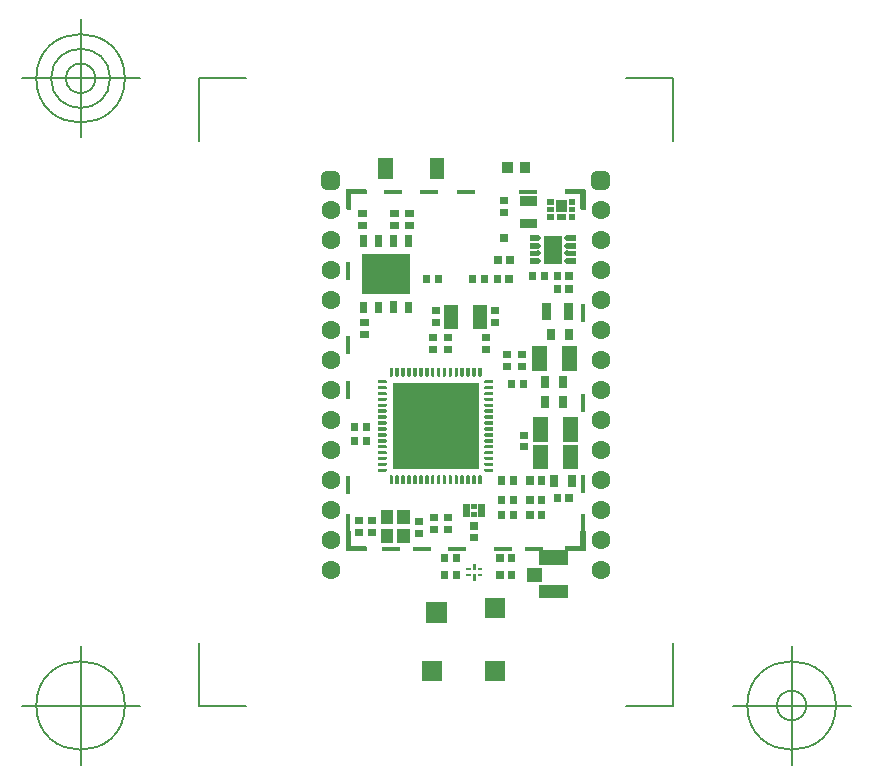
<source format=gbr>
G04 Generated by Ultiboard 11.0 *
%FSLAX25Y25*%
%MOIN*%

%ADD10C,0.00004*%
%ADD11C,0.00500*%
%ADD12C,0.00004*%
%ADD13C,0.01185*%
%ADD14C,0.01933*%
%ADD15C,0.01575*%
%ADD16R,0.02382X0.02382*%
%ADD17C,0.03917*%
%ADD18C,0.06299*%
%ADD19R,0.05906X0.01575*%
%ADD20R,0.01575X0.05906*%
%ADD21R,0.06496X0.09449*%


G04 ColorRGB FF00CC for the following layer *
%LNSolder Mask Top*%
%LPD*%
%FSLAX25Y25*%
%MOIN*%
G54D10*
G36*
X15849Y519D02*
X15849Y7606D01*
X20775Y7606D01*
X20775Y519D01*
X15849Y519D01*
G37*
G36*
X15851Y517D02*
X15851Y7608D01*
X20773Y7608D01*
X20773Y517D01*
X15851Y517D01*
G37*
G36*
X32975Y519D02*
X32975Y7606D01*
X37901Y7606D01*
X37901Y519D01*
X32975Y519D01*
G37*
G36*
X32977Y517D02*
X32977Y7608D01*
X37899Y7608D01*
X37899Y517D01*
X32977Y517D01*
G37*
G36*
X69523Y-128216D02*
X69523Y-123295D01*
X78976Y-123295D01*
X78976Y-128216D01*
X69523Y-128216D01*
G37*
G36*
X69525Y-128218D02*
X69525Y-123293D01*
X78974Y-123293D01*
X78974Y-128218D01*
X69525Y-128218D01*
G37*
G36*
X69523Y-139240D02*
X69523Y-134909D01*
X78976Y-134909D01*
X78976Y-139240D01*
X69523Y-139240D01*
G37*
G36*
X69525Y-139242D02*
X69525Y-134907D01*
X78974Y-134907D01*
X78974Y-139242D01*
X69525Y-139242D01*
G37*
G36*
X65586Y-133925D02*
X65586Y-129200D01*
X70511Y-129200D01*
X70511Y-133925D01*
X65586Y-133925D01*
G37*
G36*
X65588Y-133927D02*
X65588Y-129198D01*
X70509Y-129198D01*
X70509Y-133927D01*
X65588Y-133927D01*
G37*
G36*
X36848Y-127315D02*
X36848Y-124560D01*
X39215Y-124560D01*
X39215Y-127315D01*
X36848Y-127315D01*
G37*
G36*
X36850Y-127317D02*
X36850Y-124558D01*
X39213Y-124558D01*
X39213Y-127317D01*
X36850Y-127317D01*
G37*
G36*
X40785Y-127315D02*
X40785Y-124560D01*
X43152Y-124560D01*
X43152Y-127315D01*
X40785Y-127315D01*
G37*
G36*
X40787Y-127317D02*
X40787Y-124558D01*
X43150Y-124558D01*
X43150Y-127317D01*
X40787Y-127317D01*
G37*
G36*
X59223Y-127315D02*
X59223Y-124560D01*
X61589Y-124560D01*
X61589Y-127315D01*
X59223Y-127315D01*
G37*
G36*
X59225Y-127317D02*
X59225Y-124558D01*
X61587Y-124558D01*
X61587Y-127317D01*
X59225Y-127317D01*
G37*
G36*
X55286Y-127315D02*
X55286Y-124560D01*
X57652Y-124560D01*
X57652Y-127315D01*
X55286Y-127315D01*
G37*
G36*
X55288Y-127317D02*
X55288Y-124558D01*
X57650Y-124558D01*
X57650Y-127317D01*
X55288Y-127317D01*
G37*
G36*
X30574Y-166897D02*
X30574Y-160204D01*
X37270Y-160204D01*
X37270Y-166897D01*
X30574Y-166897D01*
G37*
G36*
X30576Y-166899D02*
X30576Y-160202D01*
X37269Y-160202D01*
X37269Y-166899D01*
X30576Y-166899D01*
G37*
G36*
X51440Y-166897D02*
X51440Y-160204D01*
X58137Y-160204D01*
X58137Y-166897D01*
X51440Y-166897D01*
G37*
G36*
X51442Y-166899D02*
X51442Y-160202D01*
X58135Y-160202D01*
X58135Y-166899D01*
X51442Y-166899D01*
G37*
G36*
X31755Y-147606D02*
X31755Y-140519D01*
X38845Y-140519D01*
X38845Y-147606D01*
X31755Y-147606D01*
G37*
G36*
X31757Y-147608D02*
X31757Y-140517D01*
X38843Y-140517D01*
X38843Y-147608D01*
X31757Y-147608D01*
G37*
G36*
X51440Y-146031D02*
X51440Y-139338D01*
X58137Y-139338D01*
X58137Y-146031D01*
X51440Y-146031D01*
G37*
G36*
X51442Y-146033D02*
X51442Y-139336D01*
X58135Y-139336D01*
X58135Y-146033D01*
X51442Y-146033D01*
G37*
G36*
X45153Y-130034D02*
X45153Y-129247D01*
X46653Y-129247D01*
X46653Y-130034D01*
X45153Y-130034D01*
G37*
G36*
X45155Y-130036D02*
X45155Y-129245D01*
X46651Y-129245D01*
X46651Y-130036D01*
X45155Y-130036D01*
G37*
G36*
X45153Y-132003D02*
X45153Y-131216D01*
X46653Y-131216D01*
X46653Y-132003D01*
X45153Y-132003D01*
G37*
G36*
X45155Y-132005D02*
X45155Y-131214D01*
X46651Y-131214D01*
X46651Y-132005D01*
X45155Y-132005D01*
G37*
G36*
X47318Y-130034D02*
X47318Y-127830D01*
X48307Y-127830D01*
X48307Y-130034D01*
X47318Y-130034D01*
G37*
G36*
X47320Y-130036D02*
X47320Y-127828D01*
X48305Y-127828D01*
X48305Y-130036D01*
X47320Y-130036D01*
G37*
G36*
X48972Y-130034D02*
X48972Y-129247D01*
X50472Y-129247D01*
X50472Y-130034D01*
X48972Y-130034D01*
G37*
G36*
X48974Y-130036D02*
X48974Y-129245D01*
X50470Y-129245D01*
X50470Y-130036D01*
X48974Y-130036D01*
G37*
G36*
X47318Y-133420D02*
X47318Y-131216D01*
X48307Y-131216D01*
X48307Y-133420D01*
X47318Y-133420D01*
G37*
G36*
X47320Y-133422D02*
X47320Y-131214D01*
X48305Y-131214D01*
X48305Y-133422D01*
X47320Y-133422D01*
G37*
G36*
X48972Y-132003D02*
X48972Y-131216D01*
X50472Y-131216D01*
X50472Y-132003D01*
X48972Y-132003D01*
G37*
G36*
X48974Y-132005D02*
X48974Y-131214D01*
X50470Y-131214D01*
X50470Y-132005D01*
X48974Y-132005D01*
G37*
G36*
X36848Y-132940D02*
X36848Y-130185D01*
X39215Y-130185D01*
X39215Y-132940D01*
X36848Y-132940D01*
G37*
G36*
X36850Y-132942D02*
X36850Y-130183D01*
X39213Y-130183D01*
X39213Y-132942D01*
X36850Y-132942D01*
G37*
G36*
X40785Y-132940D02*
X40785Y-130185D01*
X43152Y-130185D01*
X43152Y-132940D01*
X40785Y-132940D01*
G37*
G36*
X40787Y-132942D02*
X40787Y-130183D01*
X43150Y-130183D01*
X43150Y-132942D01*
X40787Y-132942D01*
G37*
G36*
X59223Y-132940D02*
X59223Y-130185D01*
X61589Y-130185D01*
X61589Y-132940D01*
X59223Y-132940D01*
G37*
G36*
X59225Y-132942D02*
X59225Y-130183D01*
X61587Y-130183D01*
X61587Y-132942D01*
X59225Y-132942D01*
G37*
G36*
X55286Y-132940D02*
X55286Y-130185D01*
X57652Y-130185D01*
X57652Y-132940D01*
X55286Y-132940D01*
G37*
G36*
X55288Y-132942D02*
X55288Y-130183D01*
X57650Y-130183D01*
X57650Y-132942D01*
X55288Y-132942D01*
G37*
G36*
X62370Y-63150D02*
X62370Y-60787D01*
X65130Y-60787D01*
X65130Y-63150D01*
X62370Y-63150D01*
G37*
G36*
X62372Y-63152D02*
X62372Y-60785D01*
X65128Y-60785D01*
X65128Y-63152D01*
X62372Y-63152D01*
G37*
G36*
X62370Y-59213D02*
X62370Y-56850D01*
X65130Y-56850D01*
X65130Y-59213D01*
X62370Y-59213D01*
G37*
G36*
X62372Y-59215D02*
X62372Y-56848D01*
X65128Y-56848D01*
X65128Y-59215D01*
X62372Y-59215D01*
G37*
G36*
X59848Y-112940D02*
X59848Y-110185D01*
X62214Y-110185D01*
X62214Y-112940D01*
X59848Y-112940D01*
G37*
G36*
X59850Y-112942D02*
X59850Y-110183D01*
X62212Y-110183D01*
X62212Y-112942D01*
X59850Y-112942D01*
G37*
G36*
X55911Y-112940D02*
X55911Y-110185D01*
X58277Y-110185D01*
X58277Y-112940D01*
X55911Y-112940D01*
G37*
G36*
X55913Y-112942D02*
X55913Y-110183D01*
X58275Y-110183D01*
X58275Y-112942D01*
X55913Y-112942D01*
G37*
G36*
X59848Y-107940D02*
X59848Y-105185D01*
X62214Y-105185D01*
X62214Y-107940D01*
X59848Y-107940D01*
G37*
G36*
X59850Y-107942D02*
X59850Y-105183D01*
X62212Y-105183D01*
X62212Y-107942D01*
X59850Y-107942D01*
G37*
G36*
X55911Y-107940D02*
X55911Y-105185D01*
X58277Y-105185D01*
X58277Y-107940D01*
X55911Y-107940D01*
G37*
G36*
X55913Y-107942D02*
X55913Y-105183D01*
X58275Y-105183D01*
X58275Y-107942D01*
X55913Y-107942D01*
G37*
G36*
X59848Y-101378D02*
X59848Y-98622D01*
X62214Y-98622D01*
X62214Y-101378D01*
X59848Y-101378D01*
G37*
G36*
X59850Y-101380D02*
X59850Y-98620D01*
X62212Y-98620D01*
X62212Y-101380D01*
X59850Y-101380D01*
G37*
G36*
X55911Y-101378D02*
X55911Y-98622D01*
X58277Y-98622D01*
X58277Y-101378D01*
X55911Y-101378D01*
G37*
G36*
X55913Y-101380D02*
X55913Y-98620D01*
X58275Y-98620D01*
X58275Y-101380D01*
X55913Y-101380D01*
G37*
G36*
X62995Y-90025D02*
X62995Y-87662D01*
X65755Y-87662D01*
X65755Y-90025D01*
X62995Y-90025D01*
G37*
G36*
X62997Y-90027D02*
X62997Y-87660D01*
X65753Y-87660D01*
X65753Y-90027D01*
X62997Y-90027D01*
G37*
G36*
X62995Y-86088D02*
X62995Y-83725D01*
X65755Y-83725D01*
X65755Y-86088D01*
X62995Y-86088D01*
G37*
G36*
X62997Y-86090D02*
X62997Y-83723D01*
X65753Y-83723D01*
X65753Y-86090D01*
X62997Y-86090D01*
G37*
G36*
X62973Y-69190D02*
X62973Y-66435D01*
X65339Y-66435D01*
X65339Y-69190D01*
X62973Y-69190D01*
G37*
G36*
X62975Y-69192D02*
X62975Y-66433D01*
X65337Y-66433D01*
X65337Y-69192D01*
X62975Y-69192D01*
G37*
G36*
X59036Y-69190D02*
X59036Y-66435D01*
X61402Y-66435D01*
X61402Y-69190D01*
X59036Y-69190D01*
G37*
G36*
X59038Y-69192D02*
X59038Y-66433D01*
X61400Y-66433D01*
X61400Y-69192D01*
X59038Y-69192D01*
G37*
G36*
X63180Y-15940D02*
X63180Y-12790D01*
X68695Y-12790D01*
X68695Y-15940D01*
X63180Y-15940D01*
G37*
G36*
X63182Y-15942D02*
X63182Y-12788D01*
X68693Y-12788D01*
X68693Y-15942D01*
X63182Y-15942D01*
G37*
G36*
X63180Y-8460D02*
X63180Y-5310D01*
X68695Y-5310D01*
X68695Y-8460D01*
X63180Y-8460D01*
G37*
G36*
X63182Y-8462D02*
X63182Y-5308D01*
X68693Y-5308D01*
X68693Y-8462D01*
X63182Y-8462D01*
G37*
G36*
X56433Y-20450D02*
X56433Y-17891D01*
X59192Y-17891D01*
X59192Y-20450D01*
X56433Y-20450D01*
G37*
G36*
X56435Y-20452D02*
X56435Y-17889D01*
X59190Y-17889D01*
X59190Y-20452D01*
X56435Y-20452D01*
G37*
G36*
X58401Y-27734D02*
X58401Y-25175D01*
X61161Y-25175D01*
X61161Y-27734D01*
X58401Y-27734D01*
G37*
G36*
X58403Y-27736D02*
X58403Y-25173D01*
X61159Y-25173D01*
X61159Y-27736D01*
X58403Y-27736D01*
G37*
G36*
X54464Y-27734D02*
X54464Y-25175D01*
X57224Y-25175D01*
X57224Y-27734D01*
X54464Y-27734D01*
G37*
G36*
X54466Y-27736D02*
X54466Y-25173D01*
X57222Y-25173D01*
X57222Y-27736D01*
X54466Y-27736D01*
G37*
G36*
X19644Y-65340D02*
X19644Y-62584D01*
X20829Y-62584D01*
X20829Y-65340D01*
X19644Y-65340D01*
G37*
G36*
X19646Y-65342D02*
X19646Y-62582D01*
X20827Y-62582D01*
X20827Y-65342D01*
X19646Y-65342D01*
G37*
G36*
X31455Y-65340D02*
X31455Y-62584D01*
X32640Y-62584D01*
X32640Y-65340D01*
X31455Y-65340D01*
G37*
G36*
X31457Y-65342D02*
X31457Y-62582D01*
X32638Y-62582D01*
X32638Y-65342D01*
X31457Y-65342D01*
G37*
G36*
X21612Y-65340D02*
X21612Y-62584D01*
X22797Y-62584D01*
X22797Y-65340D01*
X21612Y-65340D01*
G37*
G36*
X21614Y-65342D02*
X21614Y-62582D01*
X22795Y-62582D01*
X22795Y-65342D01*
X21614Y-65342D01*
G37*
G36*
X23581Y-65340D02*
X23581Y-62584D01*
X24766Y-62584D01*
X24766Y-65340D01*
X23581Y-65340D01*
G37*
G36*
X23583Y-65342D02*
X23583Y-62582D01*
X24764Y-62582D01*
X24764Y-65342D01*
X23583Y-65342D01*
G37*
G36*
X25549Y-65340D02*
X25549Y-62584D01*
X26734Y-62584D01*
X26734Y-65340D01*
X25549Y-65340D01*
G37*
G36*
X25551Y-65342D02*
X25551Y-62582D01*
X26732Y-62582D01*
X26732Y-65342D01*
X25551Y-65342D01*
G37*
G36*
X27518Y-65340D02*
X27518Y-62584D01*
X28703Y-62584D01*
X28703Y-65340D01*
X27518Y-65340D01*
G37*
G36*
X27520Y-65342D02*
X27520Y-62582D01*
X28701Y-62582D01*
X28701Y-65342D01*
X27520Y-65342D01*
G37*
G36*
X29486Y-65340D02*
X29486Y-62584D01*
X30671Y-62584D01*
X30671Y-65340D01*
X29486Y-65340D01*
G37*
G36*
X29488Y-65342D02*
X29488Y-62582D01*
X30669Y-62582D01*
X30669Y-65342D01*
X29488Y-65342D01*
G37*
G36*
X33423Y-65340D02*
X33423Y-62584D01*
X34608Y-62584D01*
X34608Y-65340D01*
X33423Y-65340D01*
G37*
G36*
X33425Y-65342D02*
X33425Y-62582D01*
X34606Y-62582D01*
X34606Y-65342D01*
X33425Y-65342D01*
G37*
G36*
X35392Y-65340D02*
X35392Y-62584D01*
X36577Y-62584D01*
X36577Y-65340D01*
X35392Y-65340D01*
G37*
G36*
X35394Y-65342D02*
X35394Y-62582D01*
X36575Y-62582D01*
X36575Y-65342D01*
X35394Y-65342D01*
G37*
G36*
X47203Y-65340D02*
X47203Y-62584D01*
X48388Y-62584D01*
X48388Y-65340D01*
X47203Y-65340D01*
G37*
G36*
X47205Y-65342D02*
X47205Y-62582D01*
X48386Y-62582D01*
X48386Y-65342D01*
X47205Y-65342D01*
G37*
G36*
X37360Y-65340D02*
X37360Y-62584D01*
X38545Y-62584D01*
X38545Y-65340D01*
X37360Y-65340D01*
G37*
G36*
X37362Y-65342D02*
X37362Y-62582D01*
X38543Y-62582D01*
X38543Y-65342D01*
X37362Y-65342D01*
G37*
G36*
X39329Y-65340D02*
X39329Y-62584D01*
X40514Y-62584D01*
X40514Y-65340D01*
X39329Y-65340D01*
G37*
G36*
X39331Y-65342D02*
X39331Y-62582D01*
X40512Y-62582D01*
X40512Y-65342D01*
X39331Y-65342D01*
G37*
G36*
X41297Y-65340D02*
X41297Y-62584D01*
X42482Y-62584D01*
X42482Y-65340D01*
X41297Y-65340D01*
G37*
G36*
X41299Y-65342D02*
X41299Y-62582D01*
X42480Y-62582D01*
X42480Y-65342D01*
X41299Y-65342D01*
G37*
G36*
X43266Y-65340D02*
X43266Y-62584D01*
X44451Y-62584D01*
X44451Y-65340D01*
X43266Y-65340D01*
G37*
G36*
X43268Y-65342D02*
X43268Y-62582D01*
X44449Y-62582D01*
X44449Y-65342D01*
X43268Y-65342D01*
G37*
G36*
X45234Y-65340D02*
X45234Y-62584D01*
X46419Y-62584D01*
X46419Y-65340D01*
X45234Y-65340D01*
G37*
G36*
X45236Y-65342D02*
X45236Y-62582D01*
X46417Y-62582D01*
X46417Y-65342D01*
X45236Y-65342D01*
G37*
G36*
X49171Y-65340D02*
X49171Y-62584D01*
X50356Y-62584D01*
X50356Y-65340D01*
X49171Y-65340D01*
G37*
G36*
X49173Y-65342D02*
X49173Y-62582D01*
X50354Y-62582D01*
X50354Y-65342D01*
X49173Y-65342D01*
G37*
G36*
X20628Y-96245D02*
X20628Y-67505D01*
X49372Y-67505D01*
X49372Y-96245D01*
X20628Y-96245D01*
G37*
G36*
X20630Y-96247D02*
X20630Y-67503D01*
X49370Y-67503D01*
X49370Y-96247D01*
X20630Y-96247D01*
G37*
G36*
X31455Y-101166D02*
X31455Y-98410D01*
X32640Y-98410D01*
X32640Y-101166D01*
X31455Y-101166D01*
G37*
G36*
X31457Y-101168D02*
X31457Y-98408D01*
X32638Y-98408D01*
X32638Y-101168D01*
X31457Y-101168D01*
G37*
G36*
X15707Y-95261D02*
X15707Y-94080D01*
X18467Y-94080D01*
X18467Y-95261D01*
X15707Y-95261D01*
G37*
G36*
X15709Y-95263D02*
X15709Y-94078D01*
X18465Y-94078D01*
X18465Y-95263D01*
X15709Y-95263D01*
G37*
G36*
X15707Y-97229D02*
X15707Y-96048D01*
X18467Y-96048D01*
X18467Y-97229D01*
X15707Y-97229D01*
G37*
G36*
X15709Y-97231D02*
X15709Y-96046D01*
X18465Y-96046D01*
X18465Y-97231D01*
X15709Y-97231D01*
G37*
G36*
X19644Y-101166D02*
X19644Y-98410D01*
X20829Y-98410D01*
X20829Y-101166D01*
X19644Y-101166D01*
G37*
G36*
X19646Y-101168D02*
X19646Y-98408D01*
X20827Y-98408D01*
X20827Y-101168D01*
X19646Y-101168D01*
G37*
G36*
X21612Y-101166D02*
X21612Y-98410D01*
X22797Y-98410D01*
X22797Y-101166D01*
X21612Y-101166D01*
G37*
G36*
X21614Y-101168D02*
X21614Y-98408D01*
X22795Y-98408D01*
X22795Y-101168D01*
X21614Y-101168D01*
G37*
G36*
X23581Y-101166D02*
X23581Y-98410D01*
X24766Y-98410D01*
X24766Y-101166D01*
X23581Y-101166D01*
G37*
G36*
X23583Y-101168D02*
X23583Y-98408D01*
X24764Y-98408D01*
X24764Y-101168D01*
X23583Y-101168D01*
G37*
G36*
X25549Y-101166D02*
X25549Y-98410D01*
X26734Y-98410D01*
X26734Y-101166D01*
X25549Y-101166D01*
G37*
G36*
X25551Y-101168D02*
X25551Y-98408D01*
X26732Y-98408D01*
X26732Y-101168D01*
X25551Y-101168D01*
G37*
G36*
X27518Y-101166D02*
X27518Y-98410D01*
X28703Y-98410D01*
X28703Y-101166D01*
X27518Y-101166D01*
G37*
G36*
X27520Y-101168D02*
X27520Y-98408D01*
X28701Y-98408D01*
X28701Y-101168D01*
X27520Y-101168D01*
G37*
G36*
X29486Y-101166D02*
X29486Y-98410D01*
X30671Y-98410D01*
X30671Y-101166D01*
X29486Y-101166D01*
G37*
G36*
X29488Y-101168D02*
X29488Y-98408D01*
X30669Y-98408D01*
X30669Y-101168D01*
X29488Y-101168D01*
G37*
G36*
X15707Y-79513D02*
X15707Y-78332D01*
X18467Y-78332D01*
X18467Y-79513D01*
X15707Y-79513D01*
G37*
G36*
X15709Y-79515D02*
X15709Y-78330D01*
X18465Y-78330D01*
X18465Y-79515D01*
X15709Y-79515D01*
G37*
G36*
X15707Y-83450D02*
X15707Y-82269D01*
X18467Y-82269D01*
X18467Y-83450D01*
X15707Y-83450D01*
G37*
G36*
X15709Y-83452D02*
X15709Y-82267D01*
X18465Y-82267D01*
X18465Y-83452D01*
X15709Y-83452D01*
G37*
G36*
X15707Y-85418D02*
X15707Y-84237D01*
X18467Y-84237D01*
X18467Y-85418D01*
X15707Y-85418D01*
G37*
G36*
X15709Y-85420D02*
X15709Y-84235D01*
X18465Y-84235D01*
X18465Y-85420D01*
X15709Y-85420D01*
G37*
G36*
X15707Y-87387D02*
X15707Y-86206D01*
X18467Y-86206D01*
X18467Y-87387D01*
X15707Y-87387D01*
G37*
G36*
X15709Y-87389D02*
X15709Y-86204D01*
X18465Y-86204D01*
X18465Y-87389D01*
X15709Y-87389D01*
G37*
G36*
X15707Y-89355D02*
X15707Y-88174D01*
X18467Y-88174D01*
X18467Y-89355D01*
X15707Y-89355D01*
G37*
G36*
X15709Y-89357D02*
X15709Y-88172D01*
X18465Y-88172D01*
X18465Y-89357D01*
X15709Y-89357D01*
G37*
G36*
X15707Y-91324D02*
X15707Y-90143D01*
X18467Y-90143D01*
X18467Y-91324D01*
X15707Y-91324D01*
G37*
G36*
X15709Y-91326D02*
X15709Y-90141D01*
X18465Y-90141D01*
X18465Y-91326D01*
X15709Y-91326D01*
G37*
G36*
X15707Y-93292D02*
X15707Y-92111D01*
X18467Y-92111D01*
X18467Y-93292D01*
X15707Y-93292D01*
G37*
G36*
X15709Y-93294D02*
X15709Y-92109D01*
X18465Y-92109D01*
X18465Y-93294D01*
X15709Y-93294D01*
G37*
G36*
X15707Y-81481D02*
X15707Y-80300D01*
X18467Y-80300D01*
X18467Y-81481D01*
X15707Y-81481D01*
G37*
G36*
X15709Y-81483D02*
X15709Y-80298D01*
X18465Y-80298D01*
X18465Y-81483D01*
X15709Y-81483D01*
G37*
G36*
X15707Y-67702D02*
X15707Y-66521D01*
X18467Y-66521D01*
X18467Y-67702D01*
X15707Y-67702D01*
G37*
G36*
X15709Y-67704D02*
X15709Y-66519D01*
X18465Y-66519D01*
X18465Y-67704D01*
X15709Y-67704D01*
G37*
G36*
X15707Y-69670D02*
X15707Y-68489D01*
X18467Y-68489D01*
X18467Y-69670D01*
X15707Y-69670D01*
G37*
G36*
X15709Y-69672D02*
X15709Y-68487D01*
X18465Y-68487D01*
X18465Y-69672D01*
X15709Y-69672D01*
G37*
G36*
X15707Y-71639D02*
X15707Y-70458D01*
X18467Y-70458D01*
X18467Y-71639D01*
X15707Y-71639D01*
G37*
G36*
X15709Y-71641D02*
X15709Y-70456D01*
X18465Y-70456D01*
X18465Y-71641D01*
X15709Y-71641D01*
G37*
G36*
X15707Y-73607D02*
X15707Y-72426D01*
X18467Y-72426D01*
X18467Y-73607D01*
X15707Y-73607D01*
G37*
G36*
X15709Y-73609D02*
X15709Y-72424D01*
X18465Y-72424D01*
X18465Y-73609D01*
X15709Y-73609D01*
G37*
G36*
X15707Y-75576D02*
X15707Y-74395D01*
X18467Y-74395D01*
X18467Y-75576D01*
X15707Y-75576D01*
G37*
G36*
X15709Y-75578D02*
X15709Y-74393D01*
X18465Y-74393D01*
X18465Y-75578D01*
X15709Y-75578D01*
G37*
G36*
X15707Y-77544D02*
X15707Y-76363D01*
X18467Y-76363D01*
X18467Y-77544D01*
X15707Y-77544D01*
G37*
G36*
X15709Y-77546D02*
X15709Y-76361D01*
X18465Y-76361D01*
X18465Y-77546D01*
X15709Y-77546D01*
G37*
G36*
X51533Y-95261D02*
X51533Y-94080D01*
X54293Y-94080D01*
X54293Y-95261D01*
X51533Y-95261D01*
G37*
G36*
X51535Y-95263D02*
X51535Y-94078D01*
X54291Y-94078D01*
X54291Y-95263D01*
X51535Y-95263D01*
G37*
G36*
X47203Y-101166D02*
X47203Y-98410D01*
X48388Y-98410D01*
X48388Y-101166D01*
X47203Y-101166D01*
G37*
G36*
X47205Y-101168D02*
X47205Y-98408D01*
X48386Y-98408D01*
X48386Y-101168D01*
X47205Y-101168D01*
G37*
G36*
X33423Y-101166D02*
X33423Y-98410D01*
X34608Y-98410D01*
X34608Y-101166D01*
X33423Y-101166D01*
G37*
G36*
X33425Y-101168D02*
X33425Y-98408D01*
X34606Y-98408D01*
X34606Y-101168D01*
X33425Y-101168D01*
G37*
G36*
X35392Y-101166D02*
X35392Y-98410D01*
X36577Y-98410D01*
X36577Y-101166D01*
X35392Y-101166D01*
G37*
G36*
X35394Y-101168D02*
X35394Y-98408D01*
X36575Y-98408D01*
X36575Y-101168D01*
X35394Y-101168D01*
G37*
G36*
X37360Y-101166D02*
X37360Y-98410D01*
X38545Y-98410D01*
X38545Y-101166D01*
X37360Y-101166D01*
G37*
G36*
X37362Y-101168D02*
X37362Y-98408D01*
X38543Y-98408D01*
X38543Y-101168D01*
X37362Y-101168D01*
G37*
G36*
X39329Y-101166D02*
X39329Y-98410D01*
X40514Y-98410D01*
X40514Y-101166D01*
X39329Y-101166D01*
G37*
G36*
X39331Y-101168D02*
X39331Y-98408D01*
X40512Y-98408D01*
X40512Y-101168D01*
X39331Y-101168D01*
G37*
G36*
X41297Y-101166D02*
X41297Y-98410D01*
X42482Y-98410D01*
X42482Y-101166D01*
X41297Y-101166D01*
G37*
G36*
X41299Y-101168D02*
X41299Y-98408D01*
X42480Y-98408D01*
X42480Y-101168D01*
X41299Y-101168D01*
G37*
G36*
X43266Y-101166D02*
X43266Y-98410D01*
X44451Y-98410D01*
X44451Y-101166D01*
X43266Y-101166D01*
G37*
G36*
X43268Y-101168D02*
X43268Y-98408D01*
X44449Y-98408D01*
X44449Y-101168D01*
X43268Y-101168D01*
G37*
G36*
X45234Y-101166D02*
X45234Y-98410D01*
X46419Y-98410D01*
X46419Y-101166D01*
X45234Y-101166D01*
G37*
G36*
X45236Y-101168D02*
X45236Y-98408D01*
X46417Y-98408D01*
X46417Y-101168D01*
X45236Y-101168D01*
G37*
G36*
X51533Y-97229D02*
X51533Y-96048D01*
X54293Y-96048D01*
X54293Y-97229D01*
X51533Y-97229D01*
G37*
G36*
X51535Y-97231D02*
X51535Y-96046D01*
X54291Y-96046D01*
X54291Y-97231D01*
X51535Y-97231D01*
G37*
G36*
X49171Y-101166D02*
X49171Y-98410D01*
X50356Y-98410D01*
X50356Y-101166D01*
X49171Y-101166D01*
G37*
G36*
X49173Y-101168D02*
X49173Y-98408D01*
X50354Y-98408D01*
X50354Y-101168D01*
X49173Y-101168D01*
G37*
G36*
X51533Y-79513D02*
X51533Y-78332D01*
X54293Y-78332D01*
X54293Y-79513D01*
X51533Y-79513D01*
G37*
G36*
X51535Y-79515D02*
X51535Y-78330D01*
X54291Y-78330D01*
X54291Y-79515D01*
X51535Y-79515D01*
G37*
G36*
X51533Y-83450D02*
X51533Y-82269D01*
X54293Y-82269D01*
X54293Y-83450D01*
X51533Y-83450D01*
G37*
G36*
X51535Y-83452D02*
X51535Y-82267D01*
X54291Y-82267D01*
X54291Y-83452D01*
X51535Y-83452D01*
G37*
G36*
X51533Y-85418D02*
X51533Y-84237D01*
X54293Y-84237D01*
X54293Y-85418D01*
X51533Y-85418D01*
G37*
G36*
X51535Y-85420D02*
X51535Y-84235D01*
X54291Y-84235D01*
X54291Y-85420D01*
X51535Y-85420D01*
G37*
G36*
X51533Y-87387D02*
X51533Y-86206D01*
X54293Y-86206D01*
X54293Y-87387D01*
X51533Y-87387D01*
G37*
G36*
X51535Y-87389D02*
X51535Y-86204D01*
X54291Y-86204D01*
X54291Y-87389D01*
X51535Y-87389D01*
G37*
G36*
X51533Y-89355D02*
X51533Y-88174D01*
X54293Y-88174D01*
X54293Y-89355D01*
X51533Y-89355D01*
G37*
G36*
X51535Y-89357D02*
X51535Y-88172D01*
X54291Y-88172D01*
X54291Y-89357D01*
X51535Y-89357D01*
G37*
G36*
X51533Y-91324D02*
X51533Y-90143D01*
X54293Y-90143D01*
X54293Y-91324D01*
X51533Y-91324D01*
G37*
G36*
X51535Y-91326D02*
X51535Y-90141D01*
X54291Y-90141D01*
X54291Y-91326D01*
X51535Y-91326D01*
G37*
G36*
X51533Y-93292D02*
X51533Y-92111D01*
X54293Y-92111D01*
X54293Y-93292D01*
X51533Y-93292D01*
G37*
G36*
X51535Y-93294D02*
X51535Y-92109D01*
X54291Y-92109D01*
X54291Y-93294D01*
X51535Y-93294D01*
G37*
G36*
X51533Y-81481D02*
X51533Y-80300D01*
X54293Y-80300D01*
X54293Y-81481D01*
X51533Y-81481D01*
G37*
G36*
X51535Y-81483D02*
X51535Y-80298D01*
X54291Y-80298D01*
X54291Y-81483D01*
X51535Y-81483D01*
G37*
G36*
X51533Y-67702D02*
X51533Y-66521D01*
X54293Y-66521D01*
X54293Y-67702D01*
X51533Y-67702D01*
G37*
G36*
X51535Y-67704D02*
X51535Y-66519D01*
X54291Y-66519D01*
X54291Y-67704D01*
X51535Y-67704D01*
G37*
G36*
X51533Y-69670D02*
X51533Y-68489D01*
X54293Y-68489D01*
X54293Y-69670D01*
X51533Y-69670D01*
G37*
G36*
X51535Y-69672D02*
X51535Y-68487D01*
X54291Y-68487D01*
X54291Y-69672D01*
X51535Y-69672D01*
G37*
G36*
X51533Y-71639D02*
X51533Y-70458D01*
X54293Y-70458D01*
X54293Y-71639D01*
X51533Y-71639D01*
G37*
G36*
X51535Y-71641D02*
X51535Y-70456D01*
X54291Y-70456D01*
X54291Y-71641D01*
X51535Y-71641D01*
G37*
G36*
X51533Y-73607D02*
X51533Y-72426D01*
X54293Y-72426D01*
X54293Y-73607D01*
X51533Y-73607D01*
G37*
G36*
X51535Y-73609D02*
X51535Y-72424D01*
X54291Y-72424D01*
X54291Y-73609D01*
X51535Y-73609D01*
G37*
G36*
X51533Y-75576D02*
X51533Y-74395D01*
X54293Y-74395D01*
X54293Y-75576D01*
X51533Y-75576D01*
G37*
G36*
X51535Y-75578D02*
X51535Y-74393D01*
X54291Y-74393D01*
X54291Y-75578D01*
X51535Y-75578D01*
G37*
G36*
X51533Y-77544D02*
X51533Y-76363D01*
X54293Y-76363D01*
X54293Y-77544D01*
X51533Y-77544D01*
G37*
G36*
X51535Y-77546D02*
X51535Y-76361D01*
X54291Y-76361D01*
X54291Y-77546D01*
X51535Y-77546D01*
G37*
G36*
X57370Y-63150D02*
X57370Y-60787D01*
X60130Y-60787D01*
X60130Y-63150D01*
X57370Y-63150D01*
G37*
G36*
X57372Y-63152D02*
X57372Y-60785D01*
X60128Y-60785D01*
X60128Y-63152D01*
X57372Y-63152D01*
G37*
G36*
X57370Y-59213D02*
X57370Y-56850D01*
X60130Y-56850D01*
X60130Y-59213D01*
X57370Y-59213D01*
G37*
G36*
X57372Y-59215D02*
X57372Y-56848D01*
X60128Y-56848D01*
X60128Y-59215D01*
X57372Y-59215D01*
G37*
G36*
X27995Y-114838D02*
X27995Y-112475D01*
X30755Y-112475D01*
X30755Y-114838D01*
X27995Y-114838D01*
G37*
G36*
X27997Y-114840D02*
X27997Y-112473D01*
X30753Y-112473D01*
X30753Y-114840D01*
X27997Y-114840D01*
G37*
G36*
X27995Y-118775D02*
X27995Y-116412D01*
X30755Y-116412D01*
X30755Y-118775D01*
X27995Y-118775D01*
G37*
G36*
X27997Y-118777D02*
X27997Y-116410D01*
X30753Y-116410D01*
X30753Y-118777D01*
X27997Y-118777D01*
G37*
G36*
X12370Y-114525D02*
X12370Y-112163D01*
X15130Y-112163D01*
X15130Y-114525D01*
X12370Y-114525D01*
G37*
G36*
X12372Y-114527D02*
X12372Y-112161D01*
X15128Y-112161D01*
X15128Y-114527D01*
X12372Y-114527D01*
G37*
G36*
X12370Y-118462D02*
X12370Y-116100D01*
X15130Y-116100D01*
X15130Y-118462D01*
X12370Y-118462D01*
G37*
G36*
X12372Y-118464D02*
X12372Y-116098D01*
X15128Y-116098D01*
X15128Y-118464D01*
X12372Y-118464D01*
G37*
G36*
X5148Y-123519D02*
X5148Y-121944D01*
X11845Y-121944D01*
X11845Y-123519D01*
X5148Y-123519D01*
G37*
G36*
X5150Y-123521D02*
X5150Y-121942D01*
X11843Y-121942D01*
X11843Y-123521D01*
X5150Y-123521D01*
G37*
X5347Y-123322D02*
X5347Y-116826D01*
X5347Y-116826D02*
X6528Y-116826D01*
X6528Y-116826D02*
X6528Y-122141D01*
X6528Y-122141D02*
X11843Y-122141D01*
X11843Y-122141D02*
X11843Y-123322D01*
X11843Y-123322D02*
X5347Y-123322D01*
G36*
X5347Y-123322D02*
X5347Y-116826D01*
X6528Y-116826D01*
X6528Y-122141D01*
X11843Y-122141D01*
X11843Y-123322D01*
X5347Y-123322D01*
G37*
X5347Y-123322D02*
X5347Y-116826D01*
X5347Y-116826D02*
X6528Y-116826D01*
X6528Y-116826D02*
X6528Y-122141D01*
X6528Y-122141D02*
X11843Y-122141D01*
X11843Y-122141D02*
X11843Y-123322D01*
X11843Y-123322D02*
X5347Y-123322D01*
G36*
X5148Y-123519D02*
X5148Y-116826D01*
X6727Y-116826D01*
X6727Y-123519D01*
X5148Y-123519D01*
G37*
G36*
X5150Y-123521D02*
X5150Y-116824D01*
X6725Y-116824D01*
X6725Y-123521D01*
X5150Y-123521D01*
G37*
X11843Y-122141D02*
X6528Y-122141D01*
G36*
X7995Y-114525D02*
X7995Y-112163D01*
X10755Y-112163D01*
X10755Y-114525D01*
X7995Y-114525D01*
G37*
G36*
X7997Y-114527D02*
X7997Y-112161D01*
X10753Y-112161D01*
X10753Y-114527D01*
X7997Y-114527D01*
G37*
G36*
X7995Y-118462D02*
X7995Y-116100D01*
X10755Y-116100D01*
X10755Y-118462D01*
X7995Y-118462D01*
G37*
G36*
X7997Y-118464D02*
X7997Y-116098D01*
X10753Y-116098D01*
X10753Y-118464D01*
X7997Y-118464D01*
G37*
G36*
X16679Y-114446D02*
X16679Y-109840D01*
X20935Y-109840D01*
X20935Y-114446D01*
X16679Y-114446D01*
G37*
G36*
X16681Y-114448D02*
X16681Y-109838D01*
X20933Y-109838D01*
X20933Y-114448D01*
X16681Y-114448D01*
G37*
G36*
X22190Y-114446D02*
X22190Y-109840D01*
X26446Y-109840D01*
X26446Y-114446D01*
X22190Y-114446D01*
G37*
G36*
X22192Y-114448D02*
X22192Y-109838D01*
X26444Y-109838D01*
X26444Y-114448D01*
X22192Y-114448D01*
G37*
G36*
X16679Y-120765D02*
X16679Y-116159D01*
X20935Y-116159D01*
X20935Y-120765D01*
X16679Y-120765D01*
G37*
G36*
X16681Y-120767D02*
X16681Y-116157D01*
X20933Y-116157D01*
X20933Y-120767D01*
X16681Y-120767D01*
G37*
G36*
X22190Y-120765D02*
X22190Y-116159D01*
X26446Y-116159D01*
X26446Y-120765D01*
X22190Y-120765D01*
G37*
G36*
X22192Y-120767D02*
X22192Y-116157D01*
X26444Y-116157D01*
X26444Y-120767D01*
X22192Y-120767D01*
G37*
G36*
X10785Y-88253D02*
X10785Y-85497D01*
X13152Y-85497D01*
X13152Y-88253D01*
X10785Y-88253D01*
G37*
G36*
X10787Y-88255D02*
X10787Y-85495D01*
X13150Y-85495D01*
X13150Y-88255D01*
X10787Y-88255D01*
G37*
G36*
X6848Y-88253D02*
X6848Y-85497D01*
X9215Y-85497D01*
X9215Y-88253D01*
X6848Y-88253D01*
G37*
G36*
X6850Y-88255D02*
X6850Y-85495D01*
X9213Y-85495D01*
X9213Y-88255D01*
X6850Y-88255D01*
G37*
G36*
X10785Y-83565D02*
X10785Y-80810D01*
X13152Y-80810D01*
X13152Y-83565D01*
X10785Y-83565D01*
G37*
G36*
X10787Y-83567D02*
X10787Y-80808D01*
X13150Y-80808D01*
X13150Y-83567D01*
X10787Y-83567D01*
G37*
G36*
X6848Y-83565D02*
X6848Y-80810D01*
X9215Y-80810D01*
X9215Y-83565D01*
X6848Y-83565D01*
G37*
G36*
X6850Y-83567D02*
X6850Y-80808D01*
X9213Y-80808D01*
X9213Y-83567D01*
X6850Y-83567D01*
G37*
G36*
X46925Y-112165D02*
X46925Y-110394D01*
X48700Y-110394D01*
X48700Y-112165D01*
X46925Y-112165D01*
G37*
G36*
X46927Y-112167D02*
X46927Y-110392D01*
X48698Y-110392D01*
X48698Y-112167D01*
X46927Y-112167D01*
G37*
G36*
X46925Y-109606D02*
X46925Y-107835D01*
X48700Y-107835D01*
X48700Y-109606D01*
X46925Y-109606D01*
G37*
G36*
X46927Y-109608D02*
X46927Y-107833D01*
X48698Y-107833D01*
X48698Y-109608D01*
X46927Y-109608D01*
G37*
G36*
X44169Y-112165D02*
X44169Y-107835D01*
X46338Y-107835D01*
X46338Y-112165D01*
X44169Y-112165D01*
G37*
G36*
X44171Y-112167D02*
X44171Y-107833D01*
X46336Y-107833D01*
X46336Y-112167D01*
X44171Y-112167D01*
G37*
G36*
X49287Y-112165D02*
X49287Y-107835D01*
X51456Y-107835D01*
X51456Y-112165D01*
X49287Y-112165D01*
G37*
G36*
X49289Y-112167D02*
X49289Y-107833D01*
X51454Y-107833D01*
X51454Y-112167D01*
X49289Y-112167D01*
G37*
G36*
X46433Y-120337D02*
X46433Y-117975D01*
X49192Y-117975D01*
X49192Y-120337D01*
X46433Y-120337D01*
G37*
G36*
X46435Y-120339D02*
X46435Y-117973D01*
X49190Y-117973D01*
X49190Y-120339D01*
X46435Y-120339D01*
G37*
G36*
X46433Y-116400D02*
X46433Y-114038D01*
X49192Y-114038D01*
X49192Y-116400D01*
X46433Y-116400D01*
G37*
G36*
X46435Y-116402D02*
X46435Y-114036D01*
X49190Y-114036D01*
X49190Y-116402D01*
X46435Y-116402D01*
G37*
G36*
X37683Y-117525D02*
X37683Y-115162D01*
X40442Y-115162D01*
X40442Y-117525D01*
X37683Y-117525D01*
G37*
G36*
X37685Y-117527D02*
X37685Y-115160D01*
X40440Y-115160D01*
X40440Y-117527D01*
X37685Y-117527D01*
G37*
G36*
X37683Y-113588D02*
X37683Y-111225D01*
X40442Y-111225D01*
X40442Y-113588D01*
X37683Y-113588D01*
G37*
G36*
X37685Y-113590D02*
X37685Y-111223D01*
X40440Y-111223D01*
X40440Y-113590D01*
X37685Y-113590D01*
G37*
G36*
X32995Y-117525D02*
X32995Y-115162D01*
X35755Y-115162D01*
X35755Y-117525D01*
X32995Y-117525D01*
G37*
G36*
X32997Y-117527D02*
X32997Y-115160D01*
X35753Y-115160D01*
X35753Y-117527D01*
X32997Y-117527D01*
G37*
G36*
X32995Y-113588D02*
X32995Y-111225D01*
X35755Y-111225D01*
X35755Y-113588D01*
X32995Y-113588D01*
G37*
G36*
X32997Y-113590D02*
X32997Y-111223D01*
X35753Y-111223D01*
X35753Y-113590D01*
X32997Y-113590D01*
G37*
G36*
X30911Y-34190D02*
X30911Y-31435D01*
X33277Y-31435D01*
X33277Y-34190D01*
X30911Y-34190D01*
G37*
G36*
X30913Y-34192D02*
X30913Y-31433D01*
X33275Y-31433D01*
X33275Y-34192D01*
X30913Y-34192D01*
G37*
G36*
X34848Y-34190D02*
X34848Y-31435D01*
X37214Y-31435D01*
X37214Y-34190D01*
X34848Y-34190D01*
G37*
G36*
X34850Y-34192D02*
X34850Y-31433D01*
X37212Y-31433D01*
X37212Y-34192D01*
X34850Y-34192D01*
G37*
G36*
X10562Y-37943D02*
X10562Y-24557D01*
X26313Y-24557D01*
X26313Y-37943D01*
X10562Y-37943D01*
G37*
G36*
X10563Y-37945D02*
X10563Y-24555D01*
X26312Y-24555D01*
X26312Y-37945D01*
X10563Y-37945D01*
G37*
G36*
X14848Y-44178D02*
X14848Y-40438D01*
X17017Y-40438D01*
X17017Y-44178D01*
X14848Y-44178D01*
G37*
G36*
X14850Y-44180D02*
X14850Y-40436D01*
X17015Y-40436D01*
X17015Y-44180D01*
X14850Y-44180D01*
G37*
G36*
X9853Y-44139D02*
X9853Y-40399D01*
X12022Y-40399D01*
X12022Y-44139D01*
X9853Y-44139D01*
G37*
G36*
X9855Y-44141D02*
X9855Y-40397D01*
X12020Y-40397D01*
X12020Y-44141D01*
X9855Y-44141D01*
G37*
G36*
X19843Y-44104D02*
X19843Y-40364D01*
X22012Y-40364D01*
X22012Y-44104D01*
X19843Y-44104D01*
G37*
G36*
X19845Y-44106D02*
X19845Y-40362D01*
X22010Y-40362D01*
X22010Y-44106D01*
X19845Y-44106D01*
G37*
G36*
X24917Y-44158D02*
X24917Y-40418D01*
X27086Y-40418D01*
X27086Y-44158D01*
X24917Y-44158D01*
G37*
G36*
X24919Y-44160D02*
X24919Y-40416D01*
X27084Y-40416D01*
X27084Y-44160D01*
X24919Y-44160D01*
G37*
G36*
X14853Y-22092D02*
X14853Y-18351D01*
X17022Y-18351D01*
X17022Y-22092D01*
X14853Y-22092D01*
G37*
G36*
X14855Y-22094D02*
X14855Y-18349D01*
X17020Y-18349D01*
X17020Y-22094D01*
X14855Y-22094D01*
G37*
G36*
X9853Y-22092D02*
X9853Y-18351D01*
X12022Y-18351D01*
X12022Y-22092D01*
X9853Y-22092D01*
G37*
G36*
X9855Y-22094D02*
X9855Y-18349D01*
X12020Y-18349D01*
X12020Y-22094D01*
X9855Y-22094D01*
G37*
G36*
X19853Y-22092D02*
X19853Y-18351D01*
X22022Y-18351D01*
X22022Y-22092D01*
X19853Y-22092D01*
G37*
G36*
X19855Y-22094D02*
X19855Y-18349D01*
X22020Y-18349D01*
X22020Y-22094D01*
X19855Y-22094D01*
G37*
G36*
X24853Y-22092D02*
X24853Y-18351D01*
X27022Y-18351D01*
X27022Y-22092D01*
X24853Y-22092D01*
G37*
G36*
X24855Y-22094D02*
X24855Y-18349D01*
X27020Y-18349D01*
X27020Y-22094D01*
X24855Y-22094D01*
G37*
G36*
X9870Y-48588D02*
X9870Y-46225D01*
X12630Y-46225D01*
X12630Y-48588D01*
X9870Y-48588D01*
G37*
G36*
X9872Y-48590D02*
X9872Y-46223D01*
X12628Y-46223D01*
X12628Y-48590D01*
X9872Y-48590D01*
G37*
G36*
X9870Y-52525D02*
X9870Y-50162D01*
X12630Y-50162D01*
X12630Y-52525D01*
X9870Y-52525D01*
G37*
G36*
X9872Y-52527D02*
X9872Y-50160D01*
X12628Y-50160D01*
X12628Y-52527D01*
X9872Y-52527D01*
G37*
G36*
X9245Y-16275D02*
X9245Y-13912D01*
X12005Y-13912D01*
X12005Y-16275D01*
X9245Y-16275D01*
G37*
G36*
X9247Y-16277D02*
X9247Y-13910D01*
X12003Y-13910D01*
X12003Y-16277D01*
X9247Y-16277D01*
G37*
G36*
X9245Y-12338D02*
X9245Y-9975D01*
X12005Y-9975D01*
X12005Y-12338D01*
X9245Y-12338D01*
G37*
G36*
X9247Y-12340D02*
X9247Y-9973D01*
X12003Y-9973D01*
X12003Y-12340D01*
X9247Y-12340D01*
G37*
G36*
X5148Y-4537D02*
X5148Y-2963D01*
X11845Y-2963D01*
X11845Y-4537D01*
X5148Y-4537D01*
G37*
G36*
X5150Y-4539D02*
X5150Y-2961D01*
X11843Y-2961D01*
X11843Y-4539D01*
X5150Y-4539D01*
G37*
X5347Y-3159D02*
X11843Y-3159D01*
X11843Y-3159D02*
X11843Y-4341D01*
X11843Y-4341D02*
X6528Y-4341D01*
X6528Y-4341D02*
X6528Y-9656D01*
X6528Y-9656D02*
X5347Y-9656D01*
X5347Y-9656D02*
X5347Y-3159D01*
G36*
X5347Y-3159D02*
X11843Y-3159D01*
X11843Y-4341D01*
X6528Y-4341D01*
X6528Y-9656D01*
X5347Y-9656D01*
X5347Y-3159D01*
G37*
X5347Y-3159D02*
X11843Y-3159D01*
X11843Y-3159D02*
X11843Y-4341D01*
X11843Y-4341D02*
X6528Y-4341D01*
X6528Y-4341D02*
X6528Y-9656D01*
X6528Y-9656D02*
X5347Y-9656D01*
X5347Y-9656D02*
X5347Y-3159D01*
G36*
X5148Y-9656D02*
X5148Y-2963D01*
X6727Y-2963D01*
X6727Y-9656D01*
X5148Y-9656D01*
G37*
G36*
X5150Y-9657D02*
X5150Y-2961D01*
X6725Y-2961D01*
X6725Y-9657D01*
X5150Y-9657D01*
G37*
X6528Y-9656D02*
X6528Y-4341D01*
G36*
X19870Y-16275D02*
X19870Y-13912D01*
X22630Y-13912D01*
X22630Y-16275D01*
X19870Y-16275D01*
G37*
G36*
X19872Y-16277D02*
X19872Y-13910D01*
X22628Y-13910D01*
X22628Y-16277D01*
X19872Y-16277D01*
G37*
G36*
X19870Y-12338D02*
X19870Y-9975D01*
X22630Y-9975D01*
X22630Y-12338D01*
X19870Y-12338D01*
G37*
G36*
X19872Y-12340D02*
X19872Y-9973D01*
X22628Y-9973D01*
X22628Y-12340D01*
X19872Y-12340D01*
G37*
G36*
X24870Y-16275D02*
X24870Y-13912D01*
X27630Y-13912D01*
X27630Y-16275D01*
X24870Y-16275D01*
G37*
G36*
X24872Y-16277D02*
X24872Y-13910D01*
X27628Y-13910D01*
X27628Y-16277D01*
X24872Y-16277D01*
G37*
G36*
X24870Y-12338D02*
X24870Y-9975D01*
X27630Y-9975D01*
X27630Y-12338D01*
X24870Y-12338D01*
G37*
G36*
X24872Y-12340D02*
X24872Y-9973D01*
X27628Y-9973D01*
X27628Y-12340D01*
X24872Y-12340D01*
G37*
G36*
X46223Y-34190D02*
X46223Y-31435D01*
X48590Y-31435D01*
X48590Y-34190D01*
X46223Y-34190D01*
G37*
G36*
X46225Y-34192D02*
X46225Y-31433D01*
X48588Y-31433D01*
X48588Y-34192D01*
X46225Y-34192D01*
G37*
G36*
X50160Y-34190D02*
X50160Y-31435D01*
X52527Y-31435D01*
X52527Y-34190D01*
X50160Y-34190D01*
G37*
G36*
X50162Y-34192D02*
X50162Y-31433D01*
X52525Y-31433D01*
X52525Y-34192D01*
X50162Y-34192D01*
G37*
G36*
X58285Y-34190D02*
X58285Y-31435D01*
X60652Y-31435D01*
X60652Y-34190D01*
X58285Y-34190D01*
G37*
G36*
X58287Y-34192D02*
X58287Y-31433D01*
X60650Y-31433D01*
X60650Y-34192D01*
X58287Y-34192D01*
G37*
G36*
X54348Y-34190D02*
X54348Y-31435D01*
X56715Y-31435D01*
X56715Y-34190D01*
X54348Y-34190D01*
G37*
G36*
X54350Y-34192D02*
X54350Y-31433D01*
X56713Y-31433D01*
X56713Y-34192D01*
X54350Y-34192D01*
G37*
G36*
X37715Y-49390D02*
X37715Y-41516D01*
X42443Y-41516D01*
X42443Y-49390D01*
X37715Y-49390D01*
G37*
G36*
X37717Y-49392D02*
X37717Y-41514D01*
X42441Y-41514D01*
X42441Y-49392D01*
X37717Y-49392D01*
G37*
G36*
X47557Y-49390D02*
X47557Y-41516D01*
X52285Y-41516D01*
X52285Y-49390D01*
X47557Y-49390D01*
G37*
G36*
X47559Y-49392D02*
X47559Y-41514D01*
X52283Y-41514D01*
X52283Y-49392D01*
X47559Y-49392D01*
G37*
G36*
X33778Y-48602D02*
X33778Y-46240D01*
X36537Y-46240D01*
X36537Y-48602D01*
X33778Y-48602D01*
G37*
G36*
X33780Y-48604D02*
X33780Y-46238D01*
X36535Y-46238D01*
X36535Y-48604D01*
X33780Y-48604D01*
G37*
G36*
X33778Y-44665D02*
X33778Y-42303D01*
X36537Y-42303D01*
X36537Y-44665D01*
X33778Y-44665D01*
G37*
G36*
X33780Y-44667D02*
X33780Y-42301D01*
X36535Y-42301D01*
X36535Y-44667D01*
X33780Y-44667D01*
G37*
G36*
X37683Y-53588D02*
X37683Y-51225D01*
X40442Y-51225D01*
X40442Y-53588D01*
X37683Y-53588D01*
G37*
G36*
X37685Y-53590D02*
X37685Y-51223D01*
X40440Y-51223D01*
X40440Y-53590D01*
X37685Y-53590D01*
G37*
G36*
X37683Y-57525D02*
X37683Y-55162D01*
X40442Y-55162D01*
X40442Y-57525D01*
X37683Y-57525D01*
G37*
G36*
X37685Y-57527D02*
X37685Y-55160D01*
X40440Y-55160D01*
X40440Y-57527D01*
X37685Y-57527D01*
G37*
G36*
X32683Y-53588D02*
X32683Y-51225D01*
X35442Y-51225D01*
X35442Y-53588D01*
X32683Y-53588D01*
G37*
G36*
X32685Y-53590D02*
X32685Y-51223D01*
X35440Y-51223D01*
X35440Y-53590D01*
X32685Y-53590D01*
G37*
G36*
X32683Y-57525D02*
X32683Y-55162D01*
X35442Y-55162D01*
X35442Y-57525D01*
X32683Y-57525D01*
G37*
G36*
X32685Y-57527D02*
X32685Y-55160D01*
X35440Y-55160D01*
X35440Y-57527D01*
X32685Y-57527D01*
G37*
G36*
X53463Y-48602D02*
X53463Y-46240D01*
X56222Y-46240D01*
X56222Y-48602D01*
X53463Y-48602D01*
G37*
G36*
X53465Y-48604D02*
X53465Y-46238D01*
X56220Y-46238D01*
X56220Y-48604D01*
X53465Y-48604D01*
G37*
G36*
X53463Y-44665D02*
X53463Y-42303D01*
X56222Y-42303D01*
X56222Y-44665D01*
X53463Y-44665D01*
G37*
G36*
X53465Y-44667D02*
X53465Y-42301D01*
X56220Y-42301D01*
X56220Y-44667D01*
X53465Y-44667D01*
G37*
G36*
X50495Y-53588D02*
X50495Y-51225D01*
X53255Y-51225D01*
X53255Y-53588D01*
X50495Y-53588D01*
G37*
G36*
X50497Y-53590D02*
X50497Y-51223D01*
X53253Y-51223D01*
X53253Y-53590D01*
X50497Y-53590D01*
G37*
G36*
X50495Y-57525D02*
X50495Y-55162D01*
X53255Y-55162D01*
X53255Y-57525D01*
X50495Y-57525D01*
G37*
G36*
X50497Y-57527D02*
X50497Y-55160D01*
X53253Y-55160D01*
X53253Y-57527D01*
X50497Y-57527D01*
G37*
G36*
X56433Y-11900D02*
X56433Y-9537D01*
X59192Y-9537D01*
X59192Y-11900D01*
X56433Y-11900D01*
G37*
G36*
X56435Y-11902D02*
X56435Y-9535D01*
X59190Y-9535D01*
X59190Y-11902D01*
X56435Y-11902D01*
G37*
G36*
X56433Y-7963D02*
X56433Y-5600D01*
X59192Y-5600D01*
X59192Y-7963D01*
X56433Y-7963D01*
G37*
G36*
X56435Y-7965D02*
X56435Y-5598D01*
X59190Y-5598D01*
X59190Y-7965D01*
X56435Y-7965D01*
G37*
G36*
X67107Y-63509D02*
X67107Y-55241D01*
X72229Y-55241D01*
X72229Y-63509D01*
X67107Y-63509D01*
G37*
G36*
X67109Y-63511D02*
X67109Y-55239D01*
X72227Y-55239D01*
X72227Y-63511D01*
X67109Y-63511D01*
G37*
G36*
X77146Y-63509D02*
X77146Y-55241D01*
X82268Y-55241D01*
X82268Y-63509D01*
X77146Y-63509D01*
G37*
G36*
X77148Y-63511D02*
X77148Y-55239D01*
X82266Y-55239D01*
X82266Y-63511D01*
X77148Y-63511D01*
G37*
G36*
X67419Y-96321D02*
X67419Y-88054D01*
X72541Y-88054D01*
X72541Y-96321D01*
X67419Y-96321D01*
G37*
G36*
X67421Y-96323D02*
X67421Y-88052D01*
X72539Y-88052D01*
X72539Y-96323D01*
X67421Y-96323D01*
G37*
G36*
X77459Y-96321D02*
X77459Y-88054D01*
X82581Y-88054D01*
X82581Y-96321D01*
X77459Y-96321D01*
G37*
G36*
X77461Y-96323D02*
X77461Y-88052D01*
X82579Y-88052D01*
X82579Y-96323D01*
X77461Y-96323D01*
G37*
G36*
X78155Y-123519D02*
X78155Y-121944D01*
X84852Y-121944D01*
X84852Y-123519D01*
X78155Y-123519D01*
G37*
G36*
X78157Y-123521D02*
X78157Y-121942D01*
X84850Y-121942D01*
X84850Y-123521D01*
X78157Y-123521D01*
G37*
X84653Y-123322D02*
X78157Y-123322D01*
X78157Y-123322D02*
X78157Y-122141D01*
X78157Y-122141D02*
X83472Y-122141D01*
X83472Y-122141D02*
X83472Y-116826D01*
X83472Y-116826D02*
X84653Y-116826D01*
X84653Y-116826D02*
X84653Y-123322D01*
G36*
X84653Y-123322D02*
X78157Y-123322D01*
X78157Y-122141D01*
X83472Y-122141D01*
X83472Y-116826D01*
X84653Y-116826D01*
X84653Y-123322D01*
G37*
X84653Y-123322D02*
X78157Y-123322D01*
X78157Y-123322D02*
X78157Y-122141D01*
X78157Y-122141D02*
X83472Y-122141D01*
X83472Y-122141D02*
X83472Y-116826D01*
X83472Y-116826D02*
X84653Y-116826D01*
X84653Y-116826D02*
X84653Y-123322D01*
G36*
X83273Y-123519D02*
X83273Y-116826D01*
X84852Y-116826D01*
X84852Y-123519D01*
X83273Y-123519D01*
G37*
G36*
X83275Y-123521D02*
X83275Y-116824D01*
X84850Y-116824D01*
X84850Y-123521D01*
X83275Y-123521D01*
G37*
X83472Y-116826D02*
X83472Y-122141D01*
G36*
X78285Y-107315D02*
X78285Y-104560D01*
X80652Y-104560D01*
X80652Y-107315D01*
X78285Y-107315D01*
G37*
G36*
X78287Y-107317D02*
X78287Y-104558D01*
X80650Y-104558D01*
X80650Y-107317D01*
X78287Y-107317D01*
G37*
G36*
X74348Y-107315D02*
X74348Y-104560D01*
X76715Y-104560D01*
X76715Y-107315D01*
X74348Y-107315D01*
G37*
G36*
X74350Y-107317D02*
X74350Y-104558D01*
X76713Y-104558D01*
X76713Y-107317D01*
X74350Y-107317D01*
G37*
G36*
X73167Y-102281D02*
X73167Y-98344D01*
X75927Y-98344D01*
X75927Y-102281D01*
X73167Y-102281D01*
G37*
G36*
X73169Y-102283D02*
X73169Y-98342D01*
X75925Y-98342D01*
X75925Y-102283D01*
X73169Y-102283D01*
G37*
G36*
X79073Y-102281D02*
X79073Y-98344D01*
X81833Y-98344D01*
X81833Y-102281D01*
X79073Y-102281D01*
G37*
G36*
X79075Y-102283D02*
X79075Y-98342D01*
X81831Y-98342D01*
X81831Y-102283D01*
X79075Y-102283D01*
G37*
G36*
X65286Y-112940D02*
X65286Y-110185D01*
X67652Y-110185D01*
X67652Y-112940D01*
X65286Y-112940D01*
G37*
G36*
X65288Y-112942D02*
X65288Y-110183D01*
X67650Y-110183D01*
X67650Y-112942D01*
X65288Y-112942D01*
G37*
G36*
X69223Y-112940D02*
X69223Y-110185D01*
X71589Y-110185D01*
X71589Y-112940D01*
X69223Y-112940D01*
G37*
G36*
X69225Y-112942D02*
X69225Y-110183D01*
X71587Y-110183D01*
X71587Y-112942D01*
X69225Y-112942D01*
G37*
G36*
X65286Y-107940D02*
X65286Y-105185D01*
X67652Y-105185D01*
X67652Y-107940D01*
X65286Y-107940D01*
G37*
G36*
X65288Y-107942D02*
X65288Y-105183D01*
X67650Y-105183D01*
X67650Y-107942D01*
X65288Y-107942D01*
G37*
G36*
X69223Y-107940D02*
X69223Y-105185D01*
X71589Y-105185D01*
X71589Y-107940D01*
X69223Y-107940D01*
G37*
G36*
X69225Y-107942D02*
X69225Y-105183D01*
X71587Y-105183D01*
X71587Y-107942D01*
X69225Y-107942D01*
G37*
G36*
X65286Y-101378D02*
X65286Y-98622D01*
X67652Y-98622D01*
X67652Y-101378D01*
X65286Y-101378D01*
G37*
G36*
X65288Y-101380D02*
X65288Y-98620D01*
X67650Y-98620D01*
X67650Y-101380D01*
X65288Y-101380D01*
G37*
G36*
X69223Y-101378D02*
X69223Y-98622D01*
X71589Y-98622D01*
X71589Y-101378D01*
X69223Y-101378D01*
G37*
G36*
X69225Y-101380D02*
X69225Y-98620D01*
X71587Y-98620D01*
X71587Y-101380D01*
X69225Y-101380D01*
G37*
G36*
X76100Y-69075D02*
X76100Y-65138D01*
X78860Y-65138D01*
X78860Y-69075D01*
X76100Y-69075D01*
G37*
G36*
X76102Y-69077D02*
X76102Y-65136D01*
X78858Y-65136D01*
X78858Y-69077D01*
X76102Y-69077D01*
G37*
G36*
X70195Y-69075D02*
X70195Y-65138D01*
X72955Y-65138D01*
X72955Y-69075D01*
X70195Y-69075D01*
G37*
G36*
X70197Y-69077D02*
X70197Y-65136D01*
X72953Y-65136D01*
X72953Y-69077D01*
X70197Y-69077D01*
G37*
G36*
X76100Y-75965D02*
X76100Y-72028D01*
X78860Y-72028D01*
X78860Y-75965D01*
X76100Y-75965D01*
G37*
G36*
X76102Y-75967D02*
X76102Y-72026D01*
X78858Y-72026D01*
X78858Y-75967D01*
X76102Y-75967D01*
G37*
G36*
X70195Y-75965D02*
X70195Y-72028D01*
X72955Y-72028D01*
X72955Y-75965D01*
X70195Y-75965D01*
G37*
G36*
X70197Y-75967D02*
X70197Y-72026D01*
X72953Y-72026D01*
X72953Y-75967D01*
X70197Y-75967D01*
G37*
G36*
X77459Y-87259D02*
X77459Y-78991D01*
X82581Y-78991D01*
X82581Y-87259D01*
X77459Y-87259D01*
G37*
G36*
X77461Y-87261D02*
X77461Y-78989D01*
X82579Y-78989D01*
X82579Y-87261D01*
X77461Y-87261D01*
G37*
G36*
X67419Y-87259D02*
X67419Y-78991D01*
X72541Y-78991D01*
X72541Y-87259D01*
X67419Y-87259D01*
G37*
G36*
X67421Y-87261D02*
X67421Y-78989D01*
X72539Y-78989D01*
X72539Y-87261D01*
X67421Y-87261D01*
G37*
G36*
X78285Y-33253D02*
X78285Y-30497D01*
X80652Y-30497D01*
X80652Y-33253D01*
X78285Y-33253D01*
G37*
G36*
X78287Y-33255D02*
X78287Y-30495D01*
X80650Y-30495D01*
X80650Y-33255D01*
X78287Y-33255D01*
G37*
G36*
X74348Y-33253D02*
X74348Y-30497D01*
X76715Y-30497D01*
X76715Y-33253D01*
X74348Y-33253D01*
G37*
G36*
X74350Y-33255D02*
X74350Y-30495D01*
X76713Y-30495D01*
X76713Y-33255D01*
X74350Y-33255D01*
G37*
G36*
X66231Y-33245D02*
X66231Y-30489D01*
X68597Y-30489D01*
X68597Y-33245D01*
X66231Y-33245D01*
G37*
G36*
X66233Y-33247D02*
X66233Y-30487D01*
X68595Y-30487D01*
X68595Y-33247D01*
X66233Y-33247D01*
G37*
G36*
X70168Y-33245D02*
X70168Y-30489D01*
X72534Y-30489D01*
X72534Y-33245D01*
X70168Y-33245D01*
G37*
G36*
X70170Y-33247D02*
X70170Y-30487D01*
X72532Y-30487D01*
X72532Y-33247D01*
X70170Y-33247D01*
G37*
G36*
X78069Y-53327D02*
X78069Y-49390D01*
X80829Y-49390D01*
X80829Y-53327D01*
X78069Y-53327D01*
G37*
G36*
X78071Y-53329D02*
X78071Y-49388D01*
X80827Y-49388D01*
X80827Y-53329D01*
X78071Y-53329D01*
G37*
G36*
X72163Y-53327D02*
X72163Y-49390D01*
X74923Y-49390D01*
X74923Y-53327D01*
X72163Y-53327D01*
G37*
G36*
X72165Y-53329D02*
X72165Y-49388D01*
X74921Y-49388D01*
X74921Y-53329D01*
X72165Y-53329D01*
G37*
G36*
X78285Y-37628D02*
X78285Y-34872D01*
X80652Y-34872D01*
X80652Y-37628D01*
X78285Y-37628D01*
G37*
G36*
X78287Y-37630D02*
X78287Y-34870D01*
X80650Y-34870D01*
X80650Y-37630D01*
X78287Y-37630D01*
G37*
G36*
X74348Y-37628D02*
X74348Y-34872D01*
X76715Y-34872D01*
X76715Y-37628D01*
X74348Y-37628D01*
G37*
G36*
X74350Y-37630D02*
X74350Y-34870D01*
X76713Y-34870D01*
X76713Y-37630D01*
X74350Y-37630D01*
G37*
G36*
X77788Y-46506D02*
X77788Y-40994D01*
X80942Y-40994D01*
X80942Y-46506D01*
X77788Y-46506D01*
G37*
G36*
X77790Y-46508D02*
X77790Y-40992D01*
X80940Y-40992D01*
X80940Y-46508D01*
X77790Y-46508D01*
G37*
G36*
X70308Y-46506D02*
X70308Y-40994D01*
X73462Y-40994D01*
X73462Y-46506D01*
X70308Y-46506D01*
G37*
G36*
X70310Y-46508D02*
X70310Y-40992D01*
X73460Y-40992D01*
X73460Y-46508D01*
X70310Y-46508D01*
G37*
G36*
X78155Y-4537D02*
X78155Y-2963D01*
X84852Y-2963D01*
X84852Y-4537D01*
X78155Y-4537D01*
G37*
G36*
X78157Y-4539D02*
X78157Y-2961D01*
X84850Y-2961D01*
X84850Y-4539D01*
X78157Y-4539D01*
G37*
X84653Y-3159D02*
X84653Y-9656D01*
X84653Y-9656D02*
X83472Y-9656D01*
X83472Y-9656D02*
X83472Y-4341D01*
X83472Y-4341D02*
X78157Y-4341D01*
X78157Y-4341D02*
X78157Y-3159D01*
X78157Y-3159D02*
X84653Y-3159D01*
G36*
X84653Y-3159D02*
X84653Y-9656D01*
X83472Y-9656D01*
X83472Y-4341D01*
X78157Y-4341D01*
X78157Y-3159D01*
X84653Y-3159D01*
G37*
X84653Y-3159D02*
X84653Y-9656D01*
X84653Y-9656D02*
X83472Y-9656D01*
X83472Y-9656D02*
X83472Y-4341D01*
X83472Y-4341D02*
X78157Y-4341D01*
X78157Y-4341D02*
X78157Y-3159D01*
X78157Y-3159D02*
X84653Y-3159D01*
X78157Y-4341D02*
X83472Y-4341D01*
G36*
X83273Y-9656D02*
X83273Y-2963D01*
X84852Y-2963D01*
X84852Y-9656D01*
X83273Y-9656D01*
G37*
G36*
X83275Y-9657D02*
X83275Y-2961D01*
X84850Y-2961D01*
X84850Y-9657D01*
X83275Y-9657D01*
G37*
G36*
X75003Y-10613D02*
X75003Y-6400D01*
X78747Y-6400D01*
X78747Y-10613D01*
X75003Y-10613D01*
G37*
G36*
X75005Y-10615D02*
X75005Y-6398D01*
X78745Y-6398D01*
X78745Y-10615D01*
X75005Y-10615D01*
G37*
G36*
X75436Y-13172D02*
X75436Y-11321D01*
X78314Y-11321D01*
X78314Y-13172D01*
X75436Y-13172D01*
G37*
G36*
X75438Y-13174D02*
X75438Y-11319D01*
X78312Y-11319D01*
X78312Y-13174D01*
X75438Y-13174D01*
G37*
G36*
X72208Y-10613D02*
X72208Y-8762D01*
X74338Y-8762D01*
X74338Y-10613D01*
X72208Y-10613D01*
G37*
G36*
X72210Y-10615D02*
X72210Y-8760D01*
X74336Y-8760D01*
X74336Y-10615D01*
X72210Y-10615D01*
G37*
G36*
X72208Y-8054D02*
X72208Y-6203D01*
X74338Y-6203D01*
X74338Y-8054D01*
X72208Y-8054D01*
G37*
G36*
X72210Y-8056D02*
X72210Y-6201D01*
X74336Y-6201D01*
X74336Y-8056D01*
X72210Y-8056D01*
G37*
G36*
X72208Y-13172D02*
X72208Y-11321D01*
X74338Y-11321D01*
X74338Y-13172D01*
X72208Y-13172D01*
G37*
G36*
X72210Y-13174D02*
X72210Y-11319D01*
X74336Y-11319D01*
X74336Y-13174D01*
X72210Y-13174D01*
G37*
G36*
X79412Y-10613D02*
X79412Y-8762D01*
X81542Y-8762D01*
X81542Y-10613D01*
X79412Y-10613D01*
G37*
G36*
X79414Y-10615D02*
X79414Y-8760D01*
X81540Y-8760D01*
X81540Y-10615D01*
X79414Y-10615D01*
G37*
G36*
X79412Y-8054D02*
X79412Y-6203D01*
X81542Y-6203D01*
X81542Y-8054D01*
X79412Y-8054D01*
G37*
G36*
X79414Y-8056D02*
X79414Y-6201D01*
X81540Y-6201D01*
X81540Y-8056D01*
X79414Y-8056D01*
G37*
G36*
X79412Y-13172D02*
X79412Y-11321D01*
X81542Y-11321D01*
X81542Y-13172D01*
X79412Y-13172D01*
G37*
G36*
X79414Y-13174D02*
X79414Y-11319D01*
X81540Y-11319D01*
X81540Y-13174D01*
X79414Y-13174D01*
G37*
G36*
X66336Y-20221D02*
X66336Y-18292D01*
X69273Y-18292D01*
X69273Y-20221D01*
X66336Y-20221D01*
G37*
G36*
X66338Y-20223D02*
X66338Y-18290D01*
X69271Y-18290D01*
X69271Y-20223D01*
X66338Y-20223D01*
G37*
G36*
X66336Y-22780D02*
X66336Y-20851D01*
X69273Y-20851D01*
X69273Y-22780D01*
X66336Y-22780D01*
G37*
G36*
X66338Y-22782D02*
X66338Y-20849D01*
X69271Y-20849D01*
X69271Y-22782D01*
X66338Y-22782D01*
G37*
G36*
X66336Y-25339D02*
X66336Y-23410D01*
X69273Y-23410D01*
X69273Y-25339D01*
X66336Y-25339D01*
G37*
G36*
X66338Y-25341D02*
X66338Y-23408D01*
X69271Y-23408D01*
X69271Y-25341D01*
X66338Y-25341D01*
G37*
G36*
X66336Y-27899D02*
X66336Y-25969D01*
X69273Y-25969D01*
X69273Y-27899D01*
X66336Y-27899D01*
G37*
G36*
X66338Y-27900D02*
X66338Y-25967D01*
X69271Y-25967D01*
X69271Y-27900D01*
X66338Y-27900D01*
G37*
G36*
X78915Y-20221D02*
X78915Y-18292D01*
X81852Y-18292D01*
X81852Y-20221D01*
X78915Y-20221D01*
G37*
G36*
X78917Y-20223D02*
X78917Y-18290D01*
X81850Y-18290D01*
X81850Y-20223D01*
X78917Y-20223D01*
G37*
G36*
X78915Y-22780D02*
X78915Y-20851D01*
X81852Y-20851D01*
X81852Y-22780D01*
X78915Y-22780D01*
G37*
G36*
X78917Y-22782D02*
X78917Y-20849D01*
X81850Y-20849D01*
X81850Y-22782D01*
X78917Y-22782D01*
G37*
G36*
X78915Y-27899D02*
X78915Y-25969D01*
X81852Y-25969D01*
X81852Y-27899D01*
X78915Y-27899D01*
G37*
G36*
X78917Y-27900D02*
X78917Y-25967D01*
X81850Y-25967D01*
X81850Y-27900D01*
X78917Y-27900D01*
G37*
G36*
X78915Y-25339D02*
X78915Y-23410D01*
X81852Y-23410D01*
X81852Y-25339D01*
X78915Y-25339D01*
G37*
G36*
X78917Y-25341D02*
X78917Y-23408D01*
X81850Y-23408D01*
X81850Y-25341D01*
X78917Y-25341D01*
G37*
G36*
X57149Y2603D02*
X57149Y6147D01*
X60696Y6147D01*
X60696Y2603D01*
X57149Y2603D01*
G37*
G36*
X57151Y2601D02*
X57151Y6149D01*
X60694Y6149D01*
X60694Y2601D01*
X57151Y2601D01*
G37*
G36*
X63054Y2603D02*
X63054Y6147D01*
X66601Y6147D01*
X66601Y2603D01*
X63054Y2603D01*
G37*
G36*
X63056Y2601D02*
X63056Y6149D01*
X66599Y6149D01*
X66599Y2601D01*
X63056Y2601D01*
G37*
G54D11*
X-43976Y-175049D02*
X-43976Y-154144D01*
X-43976Y-175049D02*
X-28150Y-175049D01*
X114291Y-175049D02*
X98465Y-175049D01*
X114291Y-175049D02*
X114291Y-154144D01*
X114291Y34006D02*
X114291Y13100D01*
X114291Y34006D02*
X98465Y34006D01*
X-43976Y34006D02*
X-28150Y34006D01*
X-43976Y34006D02*
X-43976Y13100D01*
X-63661Y-175049D02*
X-103031Y-175049D01*
X-83346Y-194734D02*
X-83346Y-155364D01*
X-98110Y-175049D02*
G75*
D01*
G02X-98110Y-175049I14764J0*
G01*
X133976Y-175049D02*
X173346Y-175049D01*
X153661Y-194734D02*
X153661Y-155364D01*
X138898Y-175049D02*
G75*
D01*
G02X138898Y-175049I14764J0*
G01*
X148740Y-175049D02*
G75*
D01*
G02X148740Y-175049I4921J0*
G01*
X-63661Y34006D02*
X-103031Y34006D01*
X-83346Y14321D02*
X-83346Y53691D01*
X-98110Y34006D02*
G75*
D01*
G02X-98110Y34006I14764J0*
G01*
X-93189Y34006D02*
G75*
D01*
G02X-93189Y34006I9843J0*
G01*
X-88268Y34006D02*
G75*
D01*
G02X-88268Y34006I4921J0*
G01*
G54D12*
X15851Y7606D03*
X20773Y7606D03*
X15851Y519D03*
X20773Y519D03*
X32977Y7606D03*
X37899Y7606D03*
X32977Y519D03*
X37899Y519D03*
X69525Y-123295D03*
X78974Y-123295D03*
X69525Y-128216D03*
X78974Y-128216D03*
X69525Y-134909D03*
X78974Y-134909D03*
X69525Y-139240D03*
X78974Y-139240D03*
X65588Y-129200D03*
X70509Y-129200D03*
X65588Y-133925D03*
X70509Y-133925D03*
X36850Y-124560D03*
X39213Y-124560D03*
X36850Y-127315D03*
X39213Y-127315D03*
X40787Y-124560D03*
X43150Y-124560D03*
X40787Y-127315D03*
X43150Y-127315D03*
X59225Y-124560D03*
X61587Y-124560D03*
X59225Y-127315D03*
X61587Y-127315D03*
X55288Y-124560D03*
X57650Y-124560D03*
X55288Y-127315D03*
X57650Y-127315D03*
X30576Y-160204D03*
X37269Y-160204D03*
X30576Y-166897D03*
X37269Y-166897D03*
X51442Y-160204D03*
X58135Y-160204D03*
X51442Y-166897D03*
X58135Y-166897D03*
X31757Y-140519D03*
X38843Y-140519D03*
X31757Y-147606D03*
X38843Y-147606D03*
X51442Y-139338D03*
X58135Y-139338D03*
X51442Y-146031D03*
X58135Y-146031D03*
X45155Y-129247D03*
X46651Y-129247D03*
X45155Y-130034D03*
X46651Y-130034D03*
X45155Y-131216D03*
X46651Y-131216D03*
X45155Y-132003D03*
X46651Y-132003D03*
X47320Y-127830D03*
X48305Y-127830D03*
X47320Y-130034D03*
X48305Y-130034D03*
X48974Y-129247D03*
X50470Y-129247D03*
X48974Y-130034D03*
X50470Y-130034D03*
X47320Y-131216D03*
X48305Y-131216D03*
X47320Y-133420D03*
X48305Y-133420D03*
X48974Y-131216D03*
X50470Y-131216D03*
X48974Y-132003D03*
X50470Y-132003D03*
X36850Y-130185D03*
X39213Y-130185D03*
X36850Y-132940D03*
X39213Y-132940D03*
X40787Y-130185D03*
X43150Y-130185D03*
X40787Y-132940D03*
X43150Y-132940D03*
X59225Y-130185D03*
X61587Y-130185D03*
X59225Y-132940D03*
X61587Y-132940D03*
X55288Y-130185D03*
X57650Y-130185D03*
X55288Y-132940D03*
X57650Y-132940D03*
X62372Y-60787D03*
X65128Y-60787D03*
X62372Y-63150D03*
X65128Y-63150D03*
X62372Y-56850D03*
X65128Y-56850D03*
X62372Y-59213D03*
X65128Y-59213D03*
X59850Y-110185D03*
X62212Y-110185D03*
X59850Y-112940D03*
X62212Y-112940D03*
X55913Y-110185D03*
X58275Y-110185D03*
X55913Y-112940D03*
X58275Y-112940D03*
X59850Y-105185D03*
X62212Y-105185D03*
X59850Y-107940D03*
X62212Y-107940D03*
X55913Y-105185D03*
X58275Y-105185D03*
X55913Y-107940D03*
X58275Y-107940D03*
X59850Y-98622D03*
X62212Y-98622D03*
X59850Y-101378D03*
X62212Y-101378D03*
X55913Y-98622D03*
X58275Y-98622D03*
X55913Y-101378D03*
X58275Y-101378D03*
X62997Y-87662D03*
X65753Y-87662D03*
X62997Y-90025D03*
X65753Y-90025D03*
X62997Y-83725D03*
X65753Y-83725D03*
X62997Y-86088D03*
X65753Y-86088D03*
X62975Y-66435D03*
X65337Y-66435D03*
X62975Y-69190D03*
X65337Y-69190D03*
X59038Y-66435D03*
X61400Y-66435D03*
X59038Y-69190D03*
X61400Y-69190D03*
X63182Y-12790D03*
X68693Y-12790D03*
X63182Y-15940D03*
X68693Y-15940D03*
X63182Y-5310D03*
X68693Y-5310D03*
X63182Y-8460D03*
X68693Y-8460D03*
X56435Y-17891D03*
X59190Y-17891D03*
X56435Y-20450D03*
X59190Y-20450D03*
X58403Y-25175D03*
X61159Y-25175D03*
X58403Y-27734D03*
X61159Y-27734D03*
X54466Y-25175D03*
X57222Y-25175D03*
X54466Y-27734D03*
X57222Y-27734D03*
X19646Y-62584D03*
X20827Y-62584D03*
X19646Y-65340D03*
X20827Y-65340D03*
X31457Y-62584D03*
X32638Y-62584D03*
X31457Y-65340D03*
X32638Y-65340D03*
X21614Y-62584D03*
X22795Y-62584D03*
X21614Y-65340D03*
X22795Y-65340D03*
X23583Y-62584D03*
X24764Y-62584D03*
X23583Y-65340D03*
X24764Y-65340D03*
X25551Y-62584D03*
X26732Y-62584D03*
X25551Y-65340D03*
X26732Y-65340D03*
X27520Y-62584D03*
X28701Y-62584D03*
X27520Y-65340D03*
X28701Y-65340D03*
X29488Y-62584D03*
X30669Y-62584D03*
X29488Y-65340D03*
X30669Y-65340D03*
X33425Y-62584D03*
X34606Y-62584D03*
X33425Y-65340D03*
X34606Y-65340D03*
X35394Y-62584D03*
X36575Y-62584D03*
X35394Y-65340D03*
X36575Y-65340D03*
X47205Y-62584D03*
X48386Y-62584D03*
X47205Y-65340D03*
X48386Y-65340D03*
X37362Y-62584D03*
X38543Y-62584D03*
X37362Y-65340D03*
X38543Y-65340D03*
X39331Y-62584D03*
X40512Y-62584D03*
X39331Y-65340D03*
X40512Y-65340D03*
X41299Y-62584D03*
X42480Y-62584D03*
X41299Y-65340D03*
X42480Y-65340D03*
X43268Y-62584D03*
X44449Y-62584D03*
X43268Y-65340D03*
X44449Y-65340D03*
X45236Y-62584D03*
X46417Y-62584D03*
X45236Y-65340D03*
X46417Y-65340D03*
X49173Y-62584D03*
X50354Y-62584D03*
X49173Y-65340D03*
X50354Y-65340D03*
X20630Y-67505D03*
X49370Y-67505D03*
X20630Y-96245D03*
X49370Y-96245D03*
X31457Y-98410D03*
X32638Y-98410D03*
X31457Y-101166D03*
X32638Y-101166D03*
X15709Y-94080D03*
X18465Y-94080D03*
X15709Y-95261D03*
X18465Y-95261D03*
X15709Y-96048D03*
X18465Y-96048D03*
X15709Y-97229D03*
X18465Y-97229D03*
X19646Y-98410D03*
X20827Y-98410D03*
X19646Y-101166D03*
X20827Y-101166D03*
X21614Y-98410D03*
X22795Y-98410D03*
X21614Y-101166D03*
X22795Y-101166D03*
X23583Y-98410D03*
X24764Y-98410D03*
X23583Y-101166D03*
X24764Y-101166D03*
X25551Y-98410D03*
X26732Y-98410D03*
X25551Y-101166D03*
X26732Y-101166D03*
X27520Y-98410D03*
X28701Y-98410D03*
X27520Y-101166D03*
X28701Y-101166D03*
X29488Y-98410D03*
X30669Y-98410D03*
X29488Y-101166D03*
X30669Y-101166D03*
X15709Y-78332D03*
X18465Y-78332D03*
X15709Y-79513D03*
X18465Y-79513D03*
X15709Y-82269D03*
X18465Y-82269D03*
X15709Y-83450D03*
X18465Y-83450D03*
X15709Y-84237D03*
X18465Y-84237D03*
X15709Y-85418D03*
X18465Y-85418D03*
X15709Y-86206D03*
X18465Y-86206D03*
X15709Y-87387D03*
X18465Y-87387D03*
X15709Y-88174D03*
X18465Y-88174D03*
X15709Y-89355D03*
X18465Y-89355D03*
X15709Y-90143D03*
X18465Y-90143D03*
X15709Y-91324D03*
X18465Y-91324D03*
X15709Y-92111D03*
X18465Y-92111D03*
X15709Y-93292D03*
X18465Y-93292D03*
X15709Y-80300D03*
X18465Y-80300D03*
X15709Y-81481D03*
X18465Y-81481D03*
X15709Y-66521D03*
X18465Y-66521D03*
X15709Y-67702D03*
X18465Y-67702D03*
X15709Y-68489D03*
X18465Y-68489D03*
X15709Y-69670D03*
X18465Y-69670D03*
X15709Y-70458D03*
X18465Y-70458D03*
X15709Y-71639D03*
X18465Y-71639D03*
X15709Y-72426D03*
X18465Y-72426D03*
X15709Y-73607D03*
X18465Y-73607D03*
X15709Y-74395D03*
X18465Y-74395D03*
X15709Y-75576D03*
X18465Y-75576D03*
X15709Y-76363D03*
X18465Y-76363D03*
X15709Y-77544D03*
X18465Y-77544D03*
X51535Y-94080D03*
X54291Y-94080D03*
X51535Y-95261D03*
X54291Y-95261D03*
X47205Y-98410D03*
X48386Y-98410D03*
X47205Y-101166D03*
X48386Y-101166D03*
X33425Y-98410D03*
X34606Y-98410D03*
X33425Y-101166D03*
X34606Y-101166D03*
X35394Y-98410D03*
X36575Y-98410D03*
X35394Y-101166D03*
X36575Y-101166D03*
X37362Y-98410D03*
X38543Y-98410D03*
X37362Y-101166D03*
X38543Y-101166D03*
X39331Y-98410D03*
X40512Y-98410D03*
X39331Y-101166D03*
X40512Y-101166D03*
X41299Y-98410D03*
X42480Y-98410D03*
X41299Y-101166D03*
X42480Y-101166D03*
X43268Y-98410D03*
X44449Y-98410D03*
X43268Y-101166D03*
X44449Y-101166D03*
X45236Y-98410D03*
X46417Y-98410D03*
X45236Y-101166D03*
X46417Y-101166D03*
X51535Y-96048D03*
X54291Y-96048D03*
X51535Y-97229D03*
X54291Y-97229D03*
X49173Y-98410D03*
X50354Y-98410D03*
X49173Y-101166D03*
X50354Y-101166D03*
X51535Y-78332D03*
X54291Y-78332D03*
X51535Y-79513D03*
X54291Y-79513D03*
X51535Y-82269D03*
X54291Y-82269D03*
X51535Y-83450D03*
X54291Y-83450D03*
X51535Y-84237D03*
X54291Y-84237D03*
X51535Y-85418D03*
X54291Y-85418D03*
X51535Y-86206D03*
X54291Y-86206D03*
X51535Y-87387D03*
X54291Y-87387D03*
X51535Y-88174D03*
X54291Y-88174D03*
X51535Y-89355D03*
X54291Y-89355D03*
X51535Y-90143D03*
X54291Y-90143D03*
X51535Y-91324D03*
X54291Y-91324D03*
X51535Y-92111D03*
X54291Y-92111D03*
X51535Y-93292D03*
X54291Y-93292D03*
X51535Y-80300D03*
X54291Y-80300D03*
X51535Y-81481D03*
X54291Y-81481D03*
X51535Y-66521D03*
X54291Y-66521D03*
X51535Y-67702D03*
X54291Y-67702D03*
X51535Y-68489D03*
X54291Y-68489D03*
X51535Y-69670D03*
X54291Y-69670D03*
X51535Y-70458D03*
X54291Y-70458D03*
X51535Y-71639D03*
X54291Y-71639D03*
X51535Y-72426D03*
X54291Y-72426D03*
X51535Y-73607D03*
X54291Y-73607D03*
X51535Y-74395D03*
X54291Y-74395D03*
X51535Y-75576D03*
X54291Y-75576D03*
X51535Y-76363D03*
X54291Y-76363D03*
X51535Y-77544D03*
X54291Y-77544D03*
X57372Y-60787D03*
X60128Y-60787D03*
X57372Y-63150D03*
X60128Y-63150D03*
X57372Y-56850D03*
X60128Y-56850D03*
X57372Y-59213D03*
X60128Y-59213D03*
X27997Y-112475D03*
X30753Y-112475D03*
X27997Y-114838D03*
X30753Y-114838D03*
X27997Y-116412D03*
X30753Y-116412D03*
X27997Y-118775D03*
X30753Y-118775D03*
X12372Y-112163D03*
X15128Y-112163D03*
X12372Y-114525D03*
X15128Y-114525D03*
X12372Y-116100D03*
X15128Y-116100D03*
X12372Y-118462D03*
X15128Y-118462D03*
X5150Y-121944D03*
X11843Y-121944D03*
X5150Y-123519D03*
X11843Y-123519D03*
X5150Y-116826D03*
X6725Y-116826D03*
X5150Y-123519D03*
X6725Y-123519D03*
X7997Y-112163D03*
X10753Y-112163D03*
X7997Y-114525D03*
X10753Y-114525D03*
X7997Y-116100D03*
X10753Y-116100D03*
X7997Y-118462D03*
X10753Y-118462D03*
X16681Y-109840D03*
X20933Y-109840D03*
X16681Y-114446D03*
X20933Y-114446D03*
X22192Y-109840D03*
X26444Y-109840D03*
X22192Y-114446D03*
X26444Y-114446D03*
X16681Y-116159D03*
X20933Y-116159D03*
X16681Y-120765D03*
X20933Y-120765D03*
X22192Y-116159D03*
X26444Y-116159D03*
X22192Y-120765D03*
X26444Y-120765D03*
X10787Y-85497D03*
X13150Y-85497D03*
X10787Y-88253D03*
X13150Y-88253D03*
X6850Y-85497D03*
X9213Y-85497D03*
X6850Y-88253D03*
X9213Y-88253D03*
X10787Y-80810D03*
X13150Y-80810D03*
X10787Y-83565D03*
X13150Y-83565D03*
X6850Y-80810D03*
X9213Y-80810D03*
X6850Y-83565D03*
X9213Y-83565D03*
X46927Y-110394D03*
X48698Y-110394D03*
X46927Y-112165D03*
X48698Y-112165D03*
X46927Y-107835D03*
X48698Y-107835D03*
X46927Y-109606D03*
X48698Y-109606D03*
X44171Y-107835D03*
X46336Y-107835D03*
X44171Y-112165D03*
X46336Y-112165D03*
X49289Y-107835D03*
X51454Y-107835D03*
X49289Y-112165D03*
X51454Y-112165D03*
X46435Y-117975D03*
X49190Y-117975D03*
X46435Y-120337D03*
X49190Y-120337D03*
X46435Y-114038D03*
X49190Y-114038D03*
X46435Y-116400D03*
X49190Y-116400D03*
X37685Y-115162D03*
X40440Y-115162D03*
X37685Y-117525D03*
X40440Y-117525D03*
X37685Y-111225D03*
X40440Y-111225D03*
X37685Y-113588D03*
X40440Y-113588D03*
X32997Y-115162D03*
X35753Y-115162D03*
X32997Y-117525D03*
X35753Y-117525D03*
X32997Y-111225D03*
X35753Y-111225D03*
X32997Y-113588D03*
X35753Y-113588D03*
X30913Y-31435D03*
X33275Y-31435D03*
X30913Y-34190D03*
X33275Y-34190D03*
X34850Y-31435D03*
X37212Y-31435D03*
X34850Y-34190D03*
X37212Y-34190D03*
X10563Y-24557D03*
X26312Y-24557D03*
X10563Y-37943D03*
X26312Y-37943D03*
X14850Y-40438D03*
X17015Y-40438D03*
X14850Y-44178D03*
X17015Y-44178D03*
X9855Y-40399D03*
X12020Y-40399D03*
X9855Y-44139D03*
X12020Y-44139D03*
X19845Y-40364D03*
X22010Y-40364D03*
X19845Y-44104D03*
X22010Y-44104D03*
X24919Y-40418D03*
X27084Y-40418D03*
X24919Y-44158D03*
X27084Y-44158D03*
X14855Y-18351D03*
X17020Y-18351D03*
X14855Y-22092D03*
X17020Y-22092D03*
X9855Y-18351D03*
X12020Y-18351D03*
X9855Y-22092D03*
X12020Y-22092D03*
X19855Y-18351D03*
X22020Y-18351D03*
X19855Y-22092D03*
X22020Y-22092D03*
X24855Y-18351D03*
X27020Y-18351D03*
X24855Y-22092D03*
X27020Y-22092D03*
X9872Y-46225D03*
X12628Y-46225D03*
X9872Y-48588D03*
X12628Y-48588D03*
X9872Y-50162D03*
X12628Y-50162D03*
X9872Y-52525D03*
X12628Y-52525D03*
X9247Y-13912D03*
X12003Y-13912D03*
X9247Y-16275D03*
X12003Y-16275D03*
X9247Y-9975D03*
X12003Y-9975D03*
X9247Y-12338D03*
X12003Y-12338D03*
X5150Y-2963D03*
X11843Y-2963D03*
X5150Y-4537D03*
X11843Y-4537D03*
X5150Y-2963D03*
X6725Y-2963D03*
X5150Y-9656D03*
X6725Y-9656D03*
X19872Y-13912D03*
X22628Y-13912D03*
X19872Y-16275D03*
X22628Y-16275D03*
X19872Y-9975D03*
X22628Y-9975D03*
X19872Y-12338D03*
X22628Y-12338D03*
X24872Y-13912D03*
X27628Y-13912D03*
X24872Y-16275D03*
X27628Y-16275D03*
X24872Y-9975D03*
X27628Y-9975D03*
X24872Y-12338D03*
X27628Y-12338D03*
X46225Y-31435D03*
X48588Y-31435D03*
X46225Y-34190D03*
X48588Y-34190D03*
X50162Y-31435D03*
X52525Y-31435D03*
X50162Y-34190D03*
X52525Y-34190D03*
X58287Y-31435D03*
X60650Y-31435D03*
X58287Y-34190D03*
X60650Y-34190D03*
X54350Y-31435D03*
X56713Y-31435D03*
X54350Y-34190D03*
X56713Y-34190D03*
X37717Y-41516D03*
X42441Y-41516D03*
X37717Y-49390D03*
X42441Y-49390D03*
X47559Y-41516D03*
X52283Y-41516D03*
X47559Y-49390D03*
X52283Y-49390D03*
X33780Y-46240D03*
X36535Y-46240D03*
X33780Y-48602D03*
X36535Y-48602D03*
X33780Y-42303D03*
X36535Y-42303D03*
X33780Y-44665D03*
X36535Y-44665D03*
X37685Y-51225D03*
X40440Y-51225D03*
X37685Y-53588D03*
X40440Y-53588D03*
X37685Y-55162D03*
X40440Y-55162D03*
X37685Y-57525D03*
X40440Y-57525D03*
X32685Y-51225D03*
X35440Y-51225D03*
X32685Y-53588D03*
X35440Y-53588D03*
X32685Y-55162D03*
X35440Y-55162D03*
X32685Y-57525D03*
X35440Y-57525D03*
X53465Y-46240D03*
X56220Y-46240D03*
X53465Y-48602D03*
X56220Y-48602D03*
X53465Y-42303D03*
X56220Y-42303D03*
X53465Y-44665D03*
X56220Y-44665D03*
X50497Y-51225D03*
X53253Y-51225D03*
X50497Y-53588D03*
X53253Y-53588D03*
X50497Y-55162D03*
X53253Y-55162D03*
X50497Y-57525D03*
X53253Y-57525D03*
X56435Y-9537D03*
X59190Y-9537D03*
X56435Y-11900D03*
X59190Y-11900D03*
X56435Y-5600D03*
X59190Y-5600D03*
X56435Y-7963D03*
X59190Y-7963D03*
X67109Y-55241D03*
X72227Y-55241D03*
X67109Y-63509D03*
X72227Y-63509D03*
X77148Y-55241D03*
X82266Y-55241D03*
X77148Y-63509D03*
X82266Y-63509D03*
X67421Y-88054D03*
X72539Y-88054D03*
X67421Y-96321D03*
X72539Y-96321D03*
X77461Y-88054D03*
X82579Y-88054D03*
X77461Y-96321D03*
X82579Y-96321D03*
X78157Y-121944D03*
X84850Y-121944D03*
X78157Y-123519D03*
X84850Y-123519D03*
X83275Y-116826D03*
X84850Y-116826D03*
X83275Y-123519D03*
X84850Y-123519D03*
X78287Y-104560D03*
X80650Y-104560D03*
X78287Y-107315D03*
X80650Y-107315D03*
X74350Y-104560D03*
X76713Y-104560D03*
X74350Y-107315D03*
X76713Y-107315D03*
X73169Y-98344D03*
X75925Y-98344D03*
X73169Y-102281D03*
X75925Y-102281D03*
X79075Y-98344D03*
X81831Y-98344D03*
X79075Y-102281D03*
X81831Y-102281D03*
X65288Y-110185D03*
X67650Y-110185D03*
X65288Y-112940D03*
X67650Y-112940D03*
X69225Y-110185D03*
X71587Y-110185D03*
X69225Y-112940D03*
X71587Y-112940D03*
X65288Y-105185D03*
X67650Y-105185D03*
X65288Y-107940D03*
X67650Y-107940D03*
X69225Y-105185D03*
X71587Y-105185D03*
X69225Y-107940D03*
X71587Y-107940D03*
X65288Y-98622D03*
X67650Y-98622D03*
X65288Y-101378D03*
X67650Y-101378D03*
X69225Y-98622D03*
X71587Y-98622D03*
X69225Y-101378D03*
X71587Y-101378D03*
X76102Y-65138D03*
X78858Y-65138D03*
X76102Y-69075D03*
X78858Y-69075D03*
X70197Y-65138D03*
X72953Y-65138D03*
X70197Y-69075D03*
X72953Y-69075D03*
X76102Y-72028D03*
X78858Y-72028D03*
X76102Y-75965D03*
X78858Y-75965D03*
X70197Y-72028D03*
X72953Y-72028D03*
X70197Y-75965D03*
X72953Y-75965D03*
X77461Y-78991D03*
X82579Y-78991D03*
X77461Y-87259D03*
X82579Y-87259D03*
X67421Y-78991D03*
X72539Y-78991D03*
X67421Y-87259D03*
X72539Y-87259D03*
X78287Y-30497D03*
X80650Y-30497D03*
X78287Y-33253D03*
X80650Y-33253D03*
X74350Y-30497D03*
X76713Y-30497D03*
X74350Y-33253D03*
X76713Y-33253D03*
X66233Y-30489D03*
X68595Y-30489D03*
X66233Y-33245D03*
X68595Y-33245D03*
X70170Y-30489D03*
X72532Y-30489D03*
X70170Y-33245D03*
X72532Y-33245D03*
X78071Y-49390D03*
X80827Y-49390D03*
X78071Y-53327D03*
X80827Y-53327D03*
X72165Y-49390D03*
X74921Y-49390D03*
X72165Y-53327D03*
X74921Y-53327D03*
X78287Y-34872D03*
X80650Y-34872D03*
X78287Y-37628D03*
X80650Y-37628D03*
X74350Y-34872D03*
X76713Y-34872D03*
X74350Y-37628D03*
X76713Y-37628D03*
X77790Y-40994D03*
X80940Y-40994D03*
X77790Y-46506D03*
X80940Y-46506D03*
X70310Y-40994D03*
X73460Y-40994D03*
X70310Y-46506D03*
X73460Y-46506D03*
X78157Y-2963D03*
X84850Y-2963D03*
X78157Y-4537D03*
X84850Y-4537D03*
X83275Y-2963D03*
X84850Y-2963D03*
X83275Y-9656D03*
X84850Y-9656D03*
X75005Y-6400D03*
X78745Y-6400D03*
X75005Y-10613D03*
X78745Y-10613D03*
X75438Y-11321D03*
X78312Y-11321D03*
X75438Y-13172D03*
X78312Y-13172D03*
X72210Y-8762D03*
X74336Y-8762D03*
X72210Y-10613D03*
X74336Y-10613D03*
X72210Y-6203D03*
X74336Y-6203D03*
X72210Y-8054D03*
X74336Y-8054D03*
X72210Y-11321D03*
X74336Y-11321D03*
X72210Y-13172D03*
X74336Y-13172D03*
X79414Y-8762D03*
X81540Y-8762D03*
X79414Y-10613D03*
X81540Y-10613D03*
X79414Y-6203D03*
X81540Y-6203D03*
X79414Y-8054D03*
X81540Y-8054D03*
X79414Y-11321D03*
X81540Y-11321D03*
X79414Y-13172D03*
X81540Y-13172D03*
X66338Y-18292D03*
X69271Y-18292D03*
X66338Y-20221D03*
X69271Y-20221D03*
X66338Y-20851D03*
X69271Y-20851D03*
X66338Y-22780D03*
X69271Y-22780D03*
X66338Y-23410D03*
X69271Y-23410D03*
X66338Y-25339D03*
X69271Y-25339D03*
X66338Y-25969D03*
X69271Y-25969D03*
X66338Y-27899D03*
X69271Y-27899D03*
X78917Y-18292D03*
X81850Y-18292D03*
X78917Y-20221D03*
X81850Y-20221D03*
X78917Y-20851D03*
X81850Y-20851D03*
X78917Y-22780D03*
X81850Y-22780D03*
X78917Y-25969D03*
X81850Y-25969D03*
X78917Y-27899D03*
X81850Y-27899D03*
X78917Y-23410D03*
X81850Y-23410D03*
X78917Y-25339D03*
X81850Y-25339D03*
X57151Y6147D03*
X60694Y6147D03*
X57151Y2603D03*
X60694Y2603D03*
X63056Y6147D03*
X66599Y6147D03*
X63056Y2603D03*
X66599Y2603D03*
G54D13*
X32047Y-98410D03*
X32047Y-65340D03*
X18465Y-94670D03*
X20236Y-98410D03*
X18465Y-96639D03*
X30079Y-98410D03*
X28110Y-98410D03*
X26142Y-98410D03*
X24173Y-98410D03*
X22205Y-98410D03*
X18465Y-78922D03*
X18465Y-82859D03*
X18465Y-92702D03*
X18465Y-90733D03*
X18465Y-88765D03*
X18465Y-86796D03*
X18465Y-84828D03*
X18465Y-80891D03*
X18465Y-67111D03*
X18465Y-76954D03*
X18465Y-74985D03*
X18465Y-73017D03*
X18465Y-71048D03*
X18465Y-69080D03*
X20236Y-65340D03*
X22205Y-65340D03*
X24173Y-65340D03*
X26142Y-65340D03*
X28110Y-65340D03*
X30079Y-65340D03*
X51535Y-94670D03*
X47795Y-98410D03*
X34016Y-98410D03*
X35984Y-98410D03*
X43858Y-98410D03*
X41890Y-98410D03*
X39921Y-98410D03*
X37953Y-98410D03*
X45827Y-98410D03*
X49764Y-98410D03*
X51535Y-96639D03*
X47795Y-65340D03*
X34016Y-65340D03*
X35984Y-65340D03*
X37953Y-65340D03*
X39921Y-65340D03*
X41890Y-65340D03*
X43858Y-65340D03*
X45827Y-65340D03*
X51535Y-78922D03*
X51535Y-82859D03*
X51535Y-84828D03*
X51535Y-86796D03*
X51535Y-88765D03*
X51535Y-90733D03*
X51535Y-92702D03*
X51535Y-80891D03*
X51535Y-67111D03*
X51535Y-69080D03*
X51535Y-71048D03*
X51535Y-73017D03*
X51535Y-74985D03*
X51535Y-76954D03*
X49764Y-65340D03*
G54D14*
X78917Y-19257D03*
X78917Y-21816D03*
X78917Y-24375D03*
X78917Y-26934D03*
X69271Y-19257D03*
X69271Y-21816D03*
X69271Y-24375D03*
X69271Y-26934D03*
G54D15*
X31220Y-85807D03*
X31220Y-81870D03*
X31220Y-70059D03*
X31220Y-73996D03*
X31220Y-77933D03*
X31220Y-89744D03*
X31220Y-93681D03*
X27283Y-93681D03*
X23346Y-93681D03*
X27283Y-77933D03*
X23346Y-77933D03*
X27283Y-85807D03*
X23346Y-85807D03*
X27283Y-81870D03*
X23346Y-81870D03*
X27283Y-89744D03*
X23346Y-89744D03*
X27283Y-70059D03*
X27283Y-73996D03*
X23346Y-73996D03*
X46969Y-93681D03*
X35157Y-93681D03*
X39094Y-93681D03*
X43032Y-93681D03*
X46969Y-85807D03*
X46969Y-89744D03*
X46969Y-70059D03*
X46969Y-81870D03*
X46969Y-73996D03*
X46969Y-77933D03*
X35157Y-77933D03*
X43032Y-77933D03*
X39094Y-77933D03*
X35157Y-85807D03*
X39094Y-85807D03*
X43032Y-85807D03*
X35157Y-81870D03*
X43032Y-81870D03*
X39094Y-81870D03*
X35157Y-89744D03*
X39094Y-89744D03*
X43032Y-89744D03*
X35157Y-70059D03*
X35157Y-73996D03*
X43032Y-70059D03*
X43032Y-73996D03*
X39094Y-70059D03*
X39094Y-73996D03*
G54D16*
X0Y0D03*
X90000Y0D03*
G54D17*
X-1191Y-1191D02*
X1191Y-1191D01*
X1191Y1191D01*
X-1191Y1191D01*
X-1191Y-1191D01*D02*
X88809Y-1191D02*
X91191Y-1191D01*
X91191Y1191D01*
X88809Y1191D01*
X88809Y-1191D01*D02*
G54D18*
X0Y-130000D03*
X0Y-60000D03*
X0Y-110000D03*
X0Y-120000D03*
X0Y-100000D03*
X0Y-80000D03*
X0Y-90000D03*
X0Y-70000D03*
X0Y-30000D03*
X0Y-50000D03*
X0Y-40000D03*
X0Y-20000D03*
X0Y-10000D03*
X90000Y-130000D03*
X90000Y-60000D03*
X90000Y-110000D03*
X90000Y-120000D03*
X90000Y-100000D03*
X90000Y-80000D03*
X90000Y-90000D03*
X90000Y-70000D03*
X90000Y-30000D03*
X90000Y-50000D03*
X90000Y-40000D03*
X90000Y-20000D03*
X90000Y-10000D03*
G54D19*
X65938Y-3750D03*
X30625Y-122731D03*
X20000Y-122731D03*
X42188Y-122731D03*
X57500Y-122731D03*
X32813Y-3750D03*
X20938Y-3750D03*
X45000Y-3750D03*
X67813Y-122731D03*
G54D20*
X5938Y-114375D03*
X5938Y-101562D03*
X5938Y-70000D03*
X5938Y-30312D03*
X5938Y-55000D03*
X84063Y-114375D03*
X84058Y-101232D03*
X84058Y-74064D03*
X84063Y-44375D03*
G54D21*
X74094Y-23095D03*

M00*

</source>
